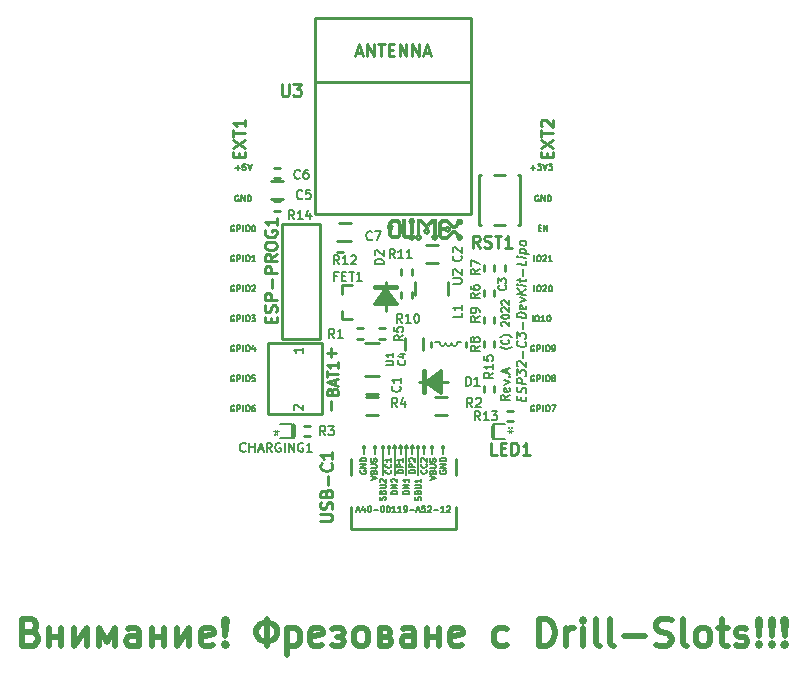
<source format=gbr>
G04 #@! TF.GenerationSoftware,KiCad,Pcbnew,5.1.6-c6e7f7d~87~ubuntu18.04.1*
G04 #@! TF.CreationDate,2022-06-29T16:43:55+03:00*
G04 #@! TF.ProjectId,ESP32-C3-DevKit-Lipo_Rev_A,45535033-322d-4433-932d-4465764b6974,A*
G04 #@! TF.SameCoordinates,Original*
G04 #@! TF.FileFunction,Legend,Top*
G04 #@! TF.FilePolarity,Positive*
%FSLAX46Y46*%
G04 Gerber Fmt 4.6, Leading zero omitted, Abs format (unit mm)*
G04 Created by KiCad (PCBNEW 5.1.6-c6e7f7d~87~ubuntu18.04.1) date 2022-06-29 16:43:55*
%MOMM*%
%LPD*%
G01*
G04 APERTURE LIST*
%ADD10C,0.127000*%
%ADD11C,0.158750*%
%ADD12C,0.254000*%
%ADD13C,0.190500*%
%ADD14C,0.009000*%
%ADD15C,0.100000*%
%ADD16C,0.050000*%
%ADD17C,0.200000*%
%ADD18C,0.222250*%
%ADD19C,0.508000*%
G04 APERTURE END LIST*
D10*
X155460095Y-92939809D02*
X155460095Y-92431809D01*
X155798761Y-92431809D02*
X155895523Y-92431809D01*
X155943904Y-92456000D01*
X155992285Y-92504380D01*
X156016476Y-92601142D01*
X156016476Y-92770476D01*
X155992285Y-92867238D01*
X155943904Y-92915619D01*
X155895523Y-92939809D01*
X155798761Y-92939809D01*
X155750380Y-92915619D01*
X155702000Y-92867238D01*
X155677809Y-92770476D01*
X155677809Y-92601142D01*
X155702000Y-92504380D01*
X155750380Y-92456000D01*
X155798761Y-92431809D01*
X156210000Y-92480190D02*
X156234190Y-92456000D01*
X156282571Y-92431809D01*
X156403523Y-92431809D01*
X156451904Y-92456000D01*
X156476095Y-92480190D01*
X156500285Y-92528571D01*
X156500285Y-92576952D01*
X156476095Y-92649523D01*
X156185809Y-92939809D01*
X156500285Y-92939809D01*
X156984095Y-92939809D02*
X156693809Y-92939809D01*
X156838952Y-92939809D02*
X156838952Y-92431809D01*
X156790571Y-92504380D01*
X156742190Y-92552761D01*
X156693809Y-92576952D01*
X155460095Y-95479809D02*
X155460095Y-94971809D01*
X155798761Y-94971809D02*
X155895523Y-94971809D01*
X155943904Y-94996000D01*
X155992285Y-95044380D01*
X156016476Y-95141142D01*
X156016476Y-95310476D01*
X155992285Y-95407238D01*
X155943904Y-95455619D01*
X155895523Y-95479809D01*
X155798761Y-95479809D01*
X155750380Y-95455619D01*
X155702000Y-95407238D01*
X155677809Y-95310476D01*
X155677809Y-95141142D01*
X155702000Y-95044380D01*
X155750380Y-94996000D01*
X155798761Y-94971809D01*
X156210000Y-95020190D02*
X156234190Y-94996000D01*
X156282571Y-94971809D01*
X156403523Y-94971809D01*
X156451904Y-94996000D01*
X156476095Y-95020190D01*
X156500285Y-95068571D01*
X156500285Y-95116952D01*
X156476095Y-95189523D01*
X156185809Y-95479809D01*
X156500285Y-95479809D01*
X156814761Y-94971809D02*
X156863142Y-94971809D01*
X156911523Y-94996000D01*
X156935714Y-95020190D01*
X156959904Y-95068571D01*
X156984095Y-95165333D01*
X156984095Y-95286285D01*
X156959904Y-95383047D01*
X156935714Y-95431428D01*
X156911523Y-95455619D01*
X156863142Y-95479809D01*
X156814761Y-95479809D01*
X156766380Y-95455619D01*
X156742190Y-95431428D01*
X156718000Y-95383047D01*
X156693809Y-95286285D01*
X156693809Y-95165333D01*
X156718000Y-95068571D01*
X156742190Y-95020190D01*
X156766380Y-94996000D01*
X156814761Y-94971809D01*
X130156857Y-84999285D02*
X130543904Y-84999285D01*
X130350380Y-85192809D02*
X130350380Y-84805761D01*
X131027714Y-84684809D02*
X130785809Y-84684809D01*
X130761619Y-84926714D01*
X130785809Y-84902523D01*
X130834190Y-84878333D01*
X130955142Y-84878333D01*
X131003523Y-84902523D01*
X131027714Y-84926714D01*
X131051904Y-84975095D01*
X131051904Y-85096047D01*
X131027714Y-85144428D01*
X131003523Y-85168619D01*
X130955142Y-85192809D01*
X130834190Y-85192809D01*
X130785809Y-85168619D01*
X130761619Y-85144428D01*
X131197047Y-84684809D02*
X131366380Y-85192809D01*
X131535714Y-84684809D01*
D11*
X153564166Y-100157642D02*
X153533928Y-100187880D01*
X153443214Y-100248357D01*
X153382738Y-100278595D01*
X153292023Y-100308833D01*
X153140833Y-100339071D01*
X153019880Y-100339071D01*
X152868690Y-100308833D01*
X152777976Y-100278595D01*
X152717500Y-100248357D01*
X152626785Y-100187880D01*
X152596547Y-100157642D01*
X153261785Y-99552880D02*
X153292023Y-99583119D01*
X153322261Y-99673833D01*
X153322261Y-99734309D01*
X153292023Y-99825023D01*
X153231547Y-99885500D01*
X153171071Y-99915738D01*
X153050119Y-99945976D01*
X152959404Y-99945976D01*
X152838452Y-99915738D01*
X152777976Y-99885500D01*
X152717500Y-99825023D01*
X152687261Y-99734309D01*
X152687261Y-99673833D01*
X152717500Y-99583119D01*
X152747738Y-99552880D01*
X153564166Y-99341214D02*
X153533928Y-99310976D01*
X153443214Y-99250500D01*
X153382738Y-99220261D01*
X153292023Y-99190023D01*
X153140833Y-99159785D01*
X153019880Y-99159785D01*
X152868690Y-99190023D01*
X152777976Y-99220261D01*
X152717500Y-99250500D01*
X152626785Y-99310976D01*
X152596547Y-99341214D01*
X152747738Y-98403833D02*
X152717500Y-98373595D01*
X152687261Y-98313119D01*
X152687261Y-98161928D01*
X152717500Y-98101452D01*
X152747738Y-98071214D01*
X152808214Y-98040976D01*
X152868690Y-98040976D01*
X152959404Y-98071214D01*
X153322261Y-98434071D01*
X153322261Y-98040976D01*
X152687261Y-97647880D02*
X152687261Y-97587404D01*
X152717500Y-97526928D01*
X152747738Y-97496690D01*
X152808214Y-97466452D01*
X152929166Y-97436214D01*
X153080357Y-97436214D01*
X153201309Y-97466452D01*
X153261785Y-97496690D01*
X153292023Y-97526928D01*
X153322261Y-97587404D01*
X153322261Y-97647880D01*
X153292023Y-97708357D01*
X153261785Y-97738595D01*
X153201309Y-97768833D01*
X153080357Y-97799071D01*
X152929166Y-97799071D01*
X152808214Y-97768833D01*
X152747738Y-97738595D01*
X152717500Y-97708357D01*
X152687261Y-97647880D01*
X152747738Y-97194309D02*
X152717500Y-97164071D01*
X152687261Y-97103595D01*
X152687261Y-96952404D01*
X152717500Y-96891928D01*
X152747738Y-96861690D01*
X152808214Y-96831452D01*
X152868690Y-96831452D01*
X152959404Y-96861690D01*
X153322261Y-97224547D01*
X153322261Y-96831452D01*
X152747738Y-96589547D02*
X152717500Y-96559309D01*
X152687261Y-96498833D01*
X152687261Y-96347642D01*
X152717500Y-96287166D01*
X152747738Y-96256928D01*
X152808214Y-96226690D01*
X152868690Y-96226690D01*
X152959404Y-96256928D01*
X153322261Y-96619785D01*
X153322261Y-96226690D01*
D12*
X137915952Y-100656571D02*
X138690047Y-100656571D01*
X138303000Y-101043619D02*
X138303000Y-100269523D01*
X138248571Y-105543047D02*
X138248571Y-104768952D01*
X156518428Y-84122380D02*
X156518428Y-83783714D01*
X157050619Y-83638571D02*
X157050619Y-84122380D01*
X156034619Y-84122380D01*
X156034619Y-83638571D01*
X156034619Y-83299904D02*
X157050619Y-82622571D01*
X156034619Y-82622571D02*
X157050619Y-83299904D01*
X156034619Y-82380666D02*
X156034619Y-81800095D01*
X157050619Y-82090380D02*
X156034619Y-82090380D01*
X156131380Y-81509809D02*
X156083000Y-81461428D01*
X156034619Y-81364666D01*
X156034619Y-81122761D01*
X156083000Y-81026000D01*
X156131380Y-80977619D01*
X156228142Y-80929238D01*
X156324904Y-80929238D01*
X156470047Y-80977619D01*
X157050619Y-81558190D01*
X157050619Y-80929238D01*
X130483428Y-84122380D02*
X130483428Y-83783714D01*
X131015619Y-83638571D02*
X131015619Y-84122380D01*
X129999619Y-84122380D01*
X129999619Y-83638571D01*
X129999619Y-83299904D02*
X131015619Y-82622571D01*
X129999619Y-82622571D02*
X131015619Y-83299904D01*
X129999619Y-82380666D02*
X129999619Y-81800095D01*
X131015619Y-82090380D02*
X129999619Y-82090380D01*
X131015619Y-80929238D02*
X131015619Y-81509809D01*
X131015619Y-81219523D02*
X129999619Y-81219523D01*
X130144761Y-81316285D01*
X130241523Y-81413047D01*
X130289904Y-81509809D01*
D10*
X130060095Y-105156000D02*
X130011714Y-105131809D01*
X129939142Y-105131809D01*
X129866571Y-105156000D01*
X129818190Y-105204380D01*
X129794000Y-105252761D01*
X129769809Y-105349523D01*
X129769809Y-105422095D01*
X129794000Y-105518857D01*
X129818190Y-105567238D01*
X129866571Y-105615619D01*
X129939142Y-105639809D01*
X129987523Y-105639809D01*
X130060095Y-105615619D01*
X130084285Y-105591428D01*
X130084285Y-105422095D01*
X129987523Y-105422095D01*
X130302000Y-105639809D02*
X130302000Y-105131809D01*
X130495523Y-105131809D01*
X130543904Y-105156000D01*
X130568095Y-105180190D01*
X130592285Y-105228571D01*
X130592285Y-105301142D01*
X130568095Y-105349523D01*
X130543904Y-105373714D01*
X130495523Y-105397904D01*
X130302000Y-105397904D01*
X130810000Y-105639809D02*
X130810000Y-105131809D01*
X131148666Y-105131809D02*
X131245428Y-105131809D01*
X131293809Y-105156000D01*
X131342190Y-105204380D01*
X131366380Y-105301142D01*
X131366380Y-105470476D01*
X131342190Y-105567238D01*
X131293809Y-105615619D01*
X131245428Y-105639809D01*
X131148666Y-105639809D01*
X131100285Y-105615619D01*
X131051904Y-105567238D01*
X131027714Y-105470476D01*
X131027714Y-105301142D01*
X131051904Y-105204380D01*
X131100285Y-105156000D01*
X131148666Y-105131809D01*
X131801809Y-105131809D02*
X131705047Y-105131809D01*
X131656666Y-105156000D01*
X131632476Y-105180190D01*
X131584095Y-105252761D01*
X131559904Y-105349523D01*
X131559904Y-105543047D01*
X131584095Y-105591428D01*
X131608285Y-105615619D01*
X131656666Y-105639809D01*
X131753428Y-105639809D01*
X131801809Y-105615619D01*
X131826000Y-105591428D01*
X131850190Y-105543047D01*
X131850190Y-105422095D01*
X131826000Y-105373714D01*
X131801809Y-105349523D01*
X131753428Y-105325333D01*
X131656666Y-105325333D01*
X131608285Y-105349523D01*
X131584095Y-105373714D01*
X131559904Y-105422095D01*
X155460095Y-105156000D02*
X155411714Y-105131809D01*
X155339142Y-105131809D01*
X155266571Y-105156000D01*
X155218190Y-105204380D01*
X155194000Y-105252761D01*
X155169809Y-105349523D01*
X155169809Y-105422095D01*
X155194000Y-105518857D01*
X155218190Y-105567238D01*
X155266571Y-105615619D01*
X155339142Y-105639809D01*
X155387523Y-105639809D01*
X155460095Y-105615619D01*
X155484285Y-105591428D01*
X155484285Y-105422095D01*
X155387523Y-105422095D01*
X155702000Y-105639809D02*
X155702000Y-105131809D01*
X155895523Y-105131809D01*
X155943904Y-105156000D01*
X155968095Y-105180190D01*
X155992285Y-105228571D01*
X155992285Y-105301142D01*
X155968095Y-105349523D01*
X155943904Y-105373714D01*
X155895523Y-105397904D01*
X155702000Y-105397904D01*
X156210000Y-105639809D02*
X156210000Y-105131809D01*
X156548666Y-105131809D02*
X156645428Y-105131809D01*
X156693809Y-105156000D01*
X156742190Y-105204380D01*
X156766380Y-105301142D01*
X156766380Y-105470476D01*
X156742190Y-105567238D01*
X156693809Y-105615619D01*
X156645428Y-105639809D01*
X156548666Y-105639809D01*
X156500285Y-105615619D01*
X156451904Y-105567238D01*
X156427714Y-105470476D01*
X156427714Y-105301142D01*
X156451904Y-105204380D01*
X156500285Y-105156000D01*
X156548666Y-105131809D01*
X156935714Y-105131809D02*
X157274380Y-105131809D01*
X157056666Y-105639809D01*
X155460095Y-102616000D02*
X155411714Y-102591809D01*
X155339142Y-102591809D01*
X155266571Y-102616000D01*
X155218190Y-102664380D01*
X155194000Y-102712761D01*
X155169809Y-102809523D01*
X155169809Y-102882095D01*
X155194000Y-102978857D01*
X155218190Y-103027238D01*
X155266571Y-103075619D01*
X155339142Y-103099809D01*
X155387523Y-103099809D01*
X155460095Y-103075619D01*
X155484285Y-103051428D01*
X155484285Y-102882095D01*
X155387523Y-102882095D01*
X155702000Y-103099809D02*
X155702000Y-102591809D01*
X155895523Y-102591809D01*
X155943904Y-102616000D01*
X155968095Y-102640190D01*
X155992285Y-102688571D01*
X155992285Y-102761142D01*
X155968095Y-102809523D01*
X155943904Y-102833714D01*
X155895523Y-102857904D01*
X155702000Y-102857904D01*
X156210000Y-103099809D02*
X156210000Y-102591809D01*
X156548666Y-102591809D02*
X156645428Y-102591809D01*
X156693809Y-102616000D01*
X156742190Y-102664380D01*
X156766380Y-102761142D01*
X156766380Y-102930476D01*
X156742190Y-103027238D01*
X156693809Y-103075619D01*
X156645428Y-103099809D01*
X156548666Y-103099809D01*
X156500285Y-103075619D01*
X156451904Y-103027238D01*
X156427714Y-102930476D01*
X156427714Y-102761142D01*
X156451904Y-102664380D01*
X156500285Y-102616000D01*
X156548666Y-102591809D01*
X157056666Y-102809523D02*
X157008285Y-102785333D01*
X156984095Y-102761142D01*
X156959904Y-102712761D01*
X156959904Y-102688571D01*
X156984095Y-102640190D01*
X157008285Y-102616000D01*
X157056666Y-102591809D01*
X157153428Y-102591809D01*
X157201809Y-102616000D01*
X157226000Y-102640190D01*
X157250190Y-102688571D01*
X157250190Y-102712761D01*
X157226000Y-102761142D01*
X157201809Y-102785333D01*
X157153428Y-102809523D01*
X157056666Y-102809523D01*
X157008285Y-102833714D01*
X156984095Y-102857904D01*
X156959904Y-102906285D01*
X156959904Y-103003047D01*
X156984095Y-103051428D01*
X157008285Y-103075619D01*
X157056666Y-103099809D01*
X157153428Y-103099809D01*
X157201809Y-103075619D01*
X157226000Y-103051428D01*
X157250190Y-103003047D01*
X157250190Y-102906285D01*
X157226000Y-102857904D01*
X157201809Y-102833714D01*
X157153428Y-102809523D01*
X130060095Y-94996000D02*
X130011714Y-94971809D01*
X129939142Y-94971809D01*
X129866571Y-94996000D01*
X129818190Y-95044380D01*
X129794000Y-95092761D01*
X129769809Y-95189523D01*
X129769809Y-95262095D01*
X129794000Y-95358857D01*
X129818190Y-95407238D01*
X129866571Y-95455619D01*
X129939142Y-95479809D01*
X129987523Y-95479809D01*
X130060095Y-95455619D01*
X130084285Y-95431428D01*
X130084285Y-95262095D01*
X129987523Y-95262095D01*
X130302000Y-95479809D02*
X130302000Y-94971809D01*
X130495523Y-94971809D01*
X130543904Y-94996000D01*
X130568095Y-95020190D01*
X130592285Y-95068571D01*
X130592285Y-95141142D01*
X130568095Y-95189523D01*
X130543904Y-95213714D01*
X130495523Y-95237904D01*
X130302000Y-95237904D01*
X130810000Y-95479809D02*
X130810000Y-94971809D01*
X131148666Y-94971809D02*
X131245428Y-94971809D01*
X131293809Y-94996000D01*
X131342190Y-95044380D01*
X131366380Y-95141142D01*
X131366380Y-95310476D01*
X131342190Y-95407238D01*
X131293809Y-95455619D01*
X131245428Y-95479809D01*
X131148666Y-95479809D01*
X131100285Y-95455619D01*
X131051904Y-95407238D01*
X131027714Y-95310476D01*
X131027714Y-95141142D01*
X131051904Y-95044380D01*
X131100285Y-94996000D01*
X131148666Y-94971809D01*
X131559904Y-95020190D02*
X131584095Y-94996000D01*
X131632476Y-94971809D01*
X131753428Y-94971809D01*
X131801809Y-94996000D01*
X131826000Y-95020190D01*
X131850190Y-95068571D01*
X131850190Y-95116952D01*
X131826000Y-95189523D01*
X131535714Y-95479809D01*
X131850190Y-95479809D01*
X130060095Y-89916000D02*
X130011714Y-89891809D01*
X129939142Y-89891809D01*
X129866571Y-89916000D01*
X129818190Y-89964380D01*
X129794000Y-90012761D01*
X129769809Y-90109523D01*
X129769809Y-90182095D01*
X129794000Y-90278857D01*
X129818190Y-90327238D01*
X129866571Y-90375619D01*
X129939142Y-90399809D01*
X129987523Y-90399809D01*
X130060095Y-90375619D01*
X130084285Y-90351428D01*
X130084285Y-90182095D01*
X129987523Y-90182095D01*
X130302000Y-90399809D02*
X130302000Y-89891809D01*
X130495523Y-89891809D01*
X130543904Y-89916000D01*
X130568095Y-89940190D01*
X130592285Y-89988571D01*
X130592285Y-90061142D01*
X130568095Y-90109523D01*
X130543904Y-90133714D01*
X130495523Y-90157904D01*
X130302000Y-90157904D01*
X130810000Y-90399809D02*
X130810000Y-89891809D01*
X131148666Y-89891809D02*
X131245428Y-89891809D01*
X131293809Y-89916000D01*
X131342190Y-89964380D01*
X131366380Y-90061142D01*
X131366380Y-90230476D01*
X131342190Y-90327238D01*
X131293809Y-90375619D01*
X131245428Y-90399809D01*
X131148666Y-90399809D01*
X131100285Y-90375619D01*
X131051904Y-90327238D01*
X131027714Y-90230476D01*
X131027714Y-90061142D01*
X131051904Y-89964380D01*
X131100285Y-89916000D01*
X131148666Y-89891809D01*
X131680857Y-89891809D02*
X131729238Y-89891809D01*
X131777619Y-89916000D01*
X131801809Y-89940190D01*
X131826000Y-89988571D01*
X131850190Y-90085333D01*
X131850190Y-90206285D01*
X131826000Y-90303047D01*
X131801809Y-90351428D01*
X131777619Y-90375619D01*
X131729238Y-90399809D01*
X131680857Y-90399809D01*
X131632476Y-90375619D01*
X131608285Y-90351428D01*
X131584095Y-90303047D01*
X131559904Y-90206285D01*
X131559904Y-90085333D01*
X131584095Y-89988571D01*
X131608285Y-89940190D01*
X131632476Y-89916000D01*
X131680857Y-89891809D01*
X130060095Y-100076000D02*
X130011714Y-100051809D01*
X129939142Y-100051809D01*
X129866571Y-100076000D01*
X129818190Y-100124380D01*
X129794000Y-100172761D01*
X129769809Y-100269523D01*
X129769809Y-100342095D01*
X129794000Y-100438857D01*
X129818190Y-100487238D01*
X129866571Y-100535619D01*
X129939142Y-100559809D01*
X129987523Y-100559809D01*
X130060095Y-100535619D01*
X130084285Y-100511428D01*
X130084285Y-100342095D01*
X129987523Y-100342095D01*
X130302000Y-100559809D02*
X130302000Y-100051809D01*
X130495523Y-100051809D01*
X130543904Y-100076000D01*
X130568095Y-100100190D01*
X130592285Y-100148571D01*
X130592285Y-100221142D01*
X130568095Y-100269523D01*
X130543904Y-100293714D01*
X130495523Y-100317904D01*
X130302000Y-100317904D01*
X130810000Y-100559809D02*
X130810000Y-100051809D01*
X131148666Y-100051809D02*
X131245428Y-100051809D01*
X131293809Y-100076000D01*
X131342190Y-100124380D01*
X131366380Y-100221142D01*
X131366380Y-100390476D01*
X131342190Y-100487238D01*
X131293809Y-100535619D01*
X131245428Y-100559809D01*
X131148666Y-100559809D01*
X131100285Y-100535619D01*
X131051904Y-100487238D01*
X131027714Y-100390476D01*
X131027714Y-100221142D01*
X131051904Y-100124380D01*
X131100285Y-100076000D01*
X131148666Y-100051809D01*
X131801809Y-100221142D02*
X131801809Y-100559809D01*
X131680857Y-100027619D02*
X131559904Y-100390476D01*
X131874380Y-100390476D01*
X130060095Y-102616000D02*
X130011714Y-102591809D01*
X129939142Y-102591809D01*
X129866571Y-102616000D01*
X129818190Y-102664380D01*
X129794000Y-102712761D01*
X129769809Y-102809523D01*
X129769809Y-102882095D01*
X129794000Y-102978857D01*
X129818190Y-103027238D01*
X129866571Y-103075619D01*
X129939142Y-103099809D01*
X129987523Y-103099809D01*
X130060095Y-103075619D01*
X130084285Y-103051428D01*
X130084285Y-102882095D01*
X129987523Y-102882095D01*
X130302000Y-103099809D02*
X130302000Y-102591809D01*
X130495523Y-102591809D01*
X130543904Y-102616000D01*
X130568095Y-102640190D01*
X130592285Y-102688571D01*
X130592285Y-102761142D01*
X130568095Y-102809523D01*
X130543904Y-102833714D01*
X130495523Y-102857904D01*
X130302000Y-102857904D01*
X130810000Y-103099809D02*
X130810000Y-102591809D01*
X131148666Y-102591809D02*
X131245428Y-102591809D01*
X131293809Y-102616000D01*
X131342190Y-102664380D01*
X131366380Y-102761142D01*
X131366380Y-102930476D01*
X131342190Y-103027238D01*
X131293809Y-103075619D01*
X131245428Y-103099809D01*
X131148666Y-103099809D01*
X131100285Y-103075619D01*
X131051904Y-103027238D01*
X131027714Y-102930476D01*
X131027714Y-102761142D01*
X131051904Y-102664380D01*
X131100285Y-102616000D01*
X131148666Y-102591809D01*
X131826000Y-102591809D02*
X131584095Y-102591809D01*
X131559904Y-102833714D01*
X131584095Y-102809523D01*
X131632476Y-102785333D01*
X131753428Y-102785333D01*
X131801809Y-102809523D01*
X131826000Y-102833714D01*
X131850190Y-102882095D01*
X131850190Y-103003047D01*
X131826000Y-103051428D01*
X131801809Y-103075619D01*
X131753428Y-103099809D01*
X131632476Y-103099809D01*
X131584095Y-103075619D01*
X131559904Y-103051428D01*
X155822952Y-87376000D02*
X155774571Y-87351809D01*
X155702000Y-87351809D01*
X155629428Y-87376000D01*
X155581047Y-87424380D01*
X155556857Y-87472761D01*
X155532666Y-87569523D01*
X155532666Y-87642095D01*
X155556857Y-87738857D01*
X155581047Y-87787238D01*
X155629428Y-87835619D01*
X155702000Y-87859809D01*
X155750380Y-87859809D01*
X155822952Y-87835619D01*
X155847142Y-87811428D01*
X155847142Y-87642095D01*
X155750380Y-87642095D01*
X156064857Y-87859809D02*
X156064857Y-87351809D01*
X156355142Y-87859809D01*
X156355142Y-87351809D01*
X156597047Y-87859809D02*
X156597047Y-87351809D01*
X156718000Y-87351809D01*
X156790571Y-87376000D01*
X156838952Y-87424380D01*
X156863142Y-87472761D01*
X156887333Y-87569523D01*
X156887333Y-87642095D01*
X156863142Y-87738857D01*
X156838952Y-87787238D01*
X156790571Y-87835619D01*
X156718000Y-87859809D01*
X156597047Y-87859809D01*
X130060095Y-97536000D02*
X130011714Y-97511809D01*
X129939142Y-97511809D01*
X129866571Y-97536000D01*
X129818190Y-97584380D01*
X129794000Y-97632761D01*
X129769809Y-97729523D01*
X129769809Y-97802095D01*
X129794000Y-97898857D01*
X129818190Y-97947238D01*
X129866571Y-97995619D01*
X129939142Y-98019809D01*
X129987523Y-98019809D01*
X130060095Y-97995619D01*
X130084285Y-97971428D01*
X130084285Y-97802095D01*
X129987523Y-97802095D01*
X130302000Y-98019809D02*
X130302000Y-97511809D01*
X130495523Y-97511809D01*
X130543904Y-97536000D01*
X130568095Y-97560190D01*
X130592285Y-97608571D01*
X130592285Y-97681142D01*
X130568095Y-97729523D01*
X130543904Y-97753714D01*
X130495523Y-97777904D01*
X130302000Y-97777904D01*
X130810000Y-98019809D02*
X130810000Y-97511809D01*
X131148666Y-97511809D02*
X131245428Y-97511809D01*
X131293809Y-97536000D01*
X131342190Y-97584380D01*
X131366380Y-97681142D01*
X131366380Y-97850476D01*
X131342190Y-97947238D01*
X131293809Y-97995619D01*
X131245428Y-98019809D01*
X131148666Y-98019809D01*
X131100285Y-97995619D01*
X131051904Y-97947238D01*
X131027714Y-97850476D01*
X131027714Y-97681142D01*
X131051904Y-97584380D01*
X131100285Y-97536000D01*
X131148666Y-97511809D01*
X131535714Y-97511809D02*
X131850190Y-97511809D01*
X131680857Y-97705333D01*
X131753428Y-97705333D01*
X131801809Y-97729523D01*
X131826000Y-97753714D01*
X131850190Y-97802095D01*
X131850190Y-97923047D01*
X131826000Y-97971428D01*
X131801809Y-97995619D01*
X131753428Y-98019809D01*
X131608285Y-98019809D01*
X131559904Y-97995619D01*
X131535714Y-97971428D01*
X130060095Y-92456000D02*
X130011714Y-92431809D01*
X129939142Y-92431809D01*
X129866571Y-92456000D01*
X129818190Y-92504380D01*
X129794000Y-92552761D01*
X129769809Y-92649523D01*
X129769809Y-92722095D01*
X129794000Y-92818857D01*
X129818190Y-92867238D01*
X129866571Y-92915619D01*
X129939142Y-92939809D01*
X129987523Y-92939809D01*
X130060095Y-92915619D01*
X130084285Y-92891428D01*
X130084285Y-92722095D01*
X129987523Y-92722095D01*
X130302000Y-92939809D02*
X130302000Y-92431809D01*
X130495523Y-92431809D01*
X130543904Y-92456000D01*
X130568095Y-92480190D01*
X130592285Y-92528571D01*
X130592285Y-92601142D01*
X130568095Y-92649523D01*
X130543904Y-92673714D01*
X130495523Y-92697904D01*
X130302000Y-92697904D01*
X130810000Y-92939809D02*
X130810000Y-92431809D01*
X131148666Y-92431809D02*
X131245428Y-92431809D01*
X131293809Y-92456000D01*
X131342190Y-92504380D01*
X131366380Y-92601142D01*
X131366380Y-92770476D01*
X131342190Y-92867238D01*
X131293809Y-92915619D01*
X131245428Y-92939809D01*
X131148666Y-92939809D01*
X131100285Y-92915619D01*
X131051904Y-92867238D01*
X131027714Y-92770476D01*
X131027714Y-92601142D01*
X131051904Y-92504380D01*
X131100285Y-92456000D01*
X131148666Y-92431809D01*
X131850190Y-92939809D02*
X131559904Y-92939809D01*
X131705047Y-92939809D02*
X131705047Y-92431809D01*
X131656666Y-92504380D01*
X131608285Y-92552761D01*
X131559904Y-92576952D01*
D13*
X153379714Y-104267000D02*
X153016857Y-104521000D01*
X153379714Y-104702428D02*
X152617714Y-104702428D01*
X152617714Y-104412142D01*
X152654000Y-104339571D01*
X152690285Y-104303285D01*
X152762857Y-104267000D01*
X152871714Y-104267000D01*
X152944285Y-104303285D01*
X152980571Y-104339571D01*
X153016857Y-104412142D01*
X153016857Y-104702428D01*
X153343428Y-103650142D02*
X153379714Y-103722714D01*
X153379714Y-103867857D01*
X153343428Y-103940428D01*
X153270857Y-103976714D01*
X152980571Y-103976714D01*
X152908000Y-103940428D01*
X152871714Y-103867857D01*
X152871714Y-103722714D01*
X152908000Y-103650142D01*
X152980571Y-103613857D01*
X153053142Y-103613857D01*
X153125714Y-103976714D01*
X152871714Y-103359857D02*
X153379714Y-103178428D01*
X152871714Y-102997000D01*
X153307142Y-102706714D02*
X153343428Y-102670428D01*
X153379714Y-102706714D01*
X153343428Y-102743000D01*
X153307142Y-102706714D01*
X153379714Y-102706714D01*
X153162000Y-102380142D02*
X153162000Y-102017285D01*
X153379714Y-102452714D02*
X152617714Y-102198714D01*
X153379714Y-101944714D01*
D10*
X130422952Y-87376000D02*
X130374571Y-87351809D01*
X130302000Y-87351809D01*
X130229428Y-87376000D01*
X130181047Y-87424380D01*
X130156857Y-87472761D01*
X130132666Y-87569523D01*
X130132666Y-87642095D01*
X130156857Y-87738857D01*
X130181047Y-87787238D01*
X130229428Y-87835619D01*
X130302000Y-87859809D01*
X130350380Y-87859809D01*
X130422952Y-87835619D01*
X130447142Y-87811428D01*
X130447142Y-87642095D01*
X130350380Y-87642095D01*
X130664857Y-87859809D02*
X130664857Y-87351809D01*
X130955142Y-87859809D01*
X130955142Y-87351809D01*
X131197047Y-87859809D02*
X131197047Y-87351809D01*
X131318000Y-87351809D01*
X131390571Y-87376000D01*
X131438952Y-87424380D01*
X131463142Y-87472761D01*
X131487333Y-87569523D01*
X131487333Y-87642095D01*
X131463142Y-87738857D01*
X131438952Y-87787238D01*
X131390571Y-87835619D01*
X131318000Y-87859809D01*
X131197047Y-87859809D01*
X155333095Y-98019809D02*
X155333095Y-97511809D01*
X155671761Y-97511809D02*
X155768523Y-97511809D01*
X155816904Y-97536000D01*
X155865285Y-97584380D01*
X155889476Y-97681142D01*
X155889476Y-97850476D01*
X155865285Y-97947238D01*
X155816904Y-97995619D01*
X155768523Y-98019809D01*
X155671761Y-98019809D01*
X155623380Y-97995619D01*
X155575000Y-97947238D01*
X155550809Y-97850476D01*
X155550809Y-97681142D01*
X155575000Y-97584380D01*
X155623380Y-97536000D01*
X155671761Y-97511809D01*
X156373285Y-98019809D02*
X156083000Y-98019809D01*
X156228142Y-98019809D02*
X156228142Y-97511809D01*
X156179761Y-97584380D01*
X156131380Y-97632761D01*
X156083000Y-97656952D01*
X156687761Y-97511809D02*
X156736142Y-97511809D01*
X156784523Y-97536000D01*
X156808714Y-97560190D01*
X156832904Y-97608571D01*
X156857095Y-97705333D01*
X156857095Y-97826285D01*
X156832904Y-97923047D01*
X156808714Y-97971428D01*
X156784523Y-97995619D01*
X156736142Y-98019809D01*
X156687761Y-98019809D01*
X156639380Y-97995619D01*
X156615190Y-97971428D01*
X156591000Y-97923047D01*
X156566809Y-97826285D01*
X156566809Y-97705333D01*
X156591000Y-97608571D01*
X156615190Y-97560190D01*
X156639380Y-97536000D01*
X156687761Y-97511809D01*
X155460095Y-100076000D02*
X155411714Y-100051809D01*
X155339142Y-100051809D01*
X155266571Y-100076000D01*
X155218190Y-100124380D01*
X155194000Y-100172761D01*
X155169809Y-100269523D01*
X155169809Y-100342095D01*
X155194000Y-100438857D01*
X155218190Y-100487238D01*
X155266571Y-100535619D01*
X155339142Y-100559809D01*
X155387523Y-100559809D01*
X155460095Y-100535619D01*
X155484285Y-100511428D01*
X155484285Y-100342095D01*
X155387523Y-100342095D01*
X155702000Y-100559809D02*
X155702000Y-100051809D01*
X155895523Y-100051809D01*
X155943904Y-100076000D01*
X155968095Y-100100190D01*
X155992285Y-100148571D01*
X155992285Y-100221142D01*
X155968095Y-100269523D01*
X155943904Y-100293714D01*
X155895523Y-100317904D01*
X155702000Y-100317904D01*
X156210000Y-100559809D02*
X156210000Y-100051809D01*
X156548666Y-100051809D02*
X156645428Y-100051809D01*
X156693809Y-100076000D01*
X156742190Y-100124380D01*
X156766380Y-100221142D01*
X156766380Y-100390476D01*
X156742190Y-100487238D01*
X156693809Y-100535619D01*
X156645428Y-100559809D01*
X156548666Y-100559809D01*
X156500285Y-100535619D01*
X156451904Y-100487238D01*
X156427714Y-100390476D01*
X156427714Y-100221142D01*
X156451904Y-100124380D01*
X156500285Y-100076000D01*
X156548666Y-100051809D01*
X157008285Y-100559809D02*
X157105047Y-100559809D01*
X157153428Y-100535619D01*
X157177619Y-100511428D01*
X157226000Y-100438857D01*
X157250190Y-100342095D01*
X157250190Y-100148571D01*
X157226000Y-100100190D01*
X157201809Y-100076000D01*
X157153428Y-100051809D01*
X157056666Y-100051809D01*
X157008285Y-100076000D01*
X156984095Y-100100190D01*
X156959904Y-100148571D01*
X156959904Y-100269523D01*
X156984095Y-100317904D01*
X157008285Y-100342095D01*
X157056666Y-100366285D01*
X157153428Y-100366285D01*
X157201809Y-100342095D01*
X157226000Y-100317904D01*
X157250190Y-100269523D01*
X155835047Y-90133714D02*
X156004380Y-90133714D01*
X156076952Y-90399809D02*
X155835047Y-90399809D01*
X155835047Y-89891809D01*
X156076952Y-89891809D01*
X156294666Y-90399809D02*
X156294666Y-89891809D01*
X156584952Y-90399809D01*
X156584952Y-89891809D01*
X155187952Y-84999285D02*
X155575000Y-84999285D01*
X155381476Y-85192809D02*
X155381476Y-84805761D01*
X155768523Y-84684809D02*
X156083000Y-84684809D01*
X155913666Y-84878333D01*
X155986238Y-84878333D01*
X156034619Y-84902523D01*
X156058809Y-84926714D01*
X156083000Y-84975095D01*
X156083000Y-85096047D01*
X156058809Y-85144428D01*
X156034619Y-85168619D01*
X155986238Y-85192809D01*
X155841095Y-85192809D01*
X155792714Y-85168619D01*
X155768523Y-85144428D01*
X156228142Y-84684809D02*
X156397476Y-85192809D01*
X156566809Y-84684809D01*
X156687761Y-84684809D02*
X157002238Y-84684809D01*
X156832904Y-84878333D01*
X156905476Y-84878333D01*
X156953857Y-84902523D01*
X156978047Y-84926714D01*
X157002238Y-84975095D01*
X157002238Y-85096047D01*
X156978047Y-85144428D01*
X156953857Y-85168619D01*
X156905476Y-85192809D01*
X156760333Y-85192809D01*
X156711952Y-85168619D01*
X156687761Y-85144428D01*
D13*
X154377571Y-104698629D02*
X154377571Y-104444629D01*
X154776714Y-104385665D02*
X154776714Y-104748522D01*
X154014714Y-104653272D01*
X154014714Y-104290415D01*
X154740428Y-104090844D02*
X154776714Y-103986522D01*
X154776714Y-103805094D01*
X154740428Y-103727987D01*
X154704142Y-103687165D01*
X154631571Y-103641808D01*
X154559000Y-103632737D01*
X154486428Y-103659951D01*
X154450142Y-103691701D01*
X154413857Y-103759737D01*
X154377571Y-103900344D01*
X154341285Y-103968379D01*
X154305000Y-104000129D01*
X154232428Y-104027344D01*
X154159857Y-104018272D01*
X154087285Y-103972915D01*
X154051000Y-103932094D01*
X154014714Y-103854987D01*
X154014714Y-103673558D01*
X154051000Y-103569237D01*
X154776714Y-103333379D02*
X154014714Y-103238129D01*
X154014714Y-102947844D01*
X154051000Y-102879808D01*
X154087285Y-102848058D01*
X154159857Y-102820844D01*
X154268714Y-102834451D01*
X154341285Y-102879808D01*
X154377571Y-102920629D01*
X154413857Y-102997737D01*
X154413857Y-103288022D01*
X154014714Y-102548701D02*
X154014714Y-102076987D01*
X154305000Y-102367272D01*
X154305000Y-102258415D01*
X154341285Y-102190379D01*
X154377571Y-102158629D01*
X154450142Y-102131415D01*
X154631571Y-102154094D01*
X154704142Y-102199451D01*
X154740428Y-102240272D01*
X154776714Y-102317379D01*
X154776714Y-102535094D01*
X154740428Y-102603129D01*
X154704142Y-102634879D01*
X154087285Y-101795772D02*
X154051000Y-101754951D01*
X154014714Y-101677844D01*
X154014714Y-101496415D01*
X154051000Y-101428379D01*
X154087285Y-101396629D01*
X154159857Y-101369415D01*
X154232428Y-101378487D01*
X154341285Y-101428379D01*
X154776714Y-101918237D01*
X154776714Y-101446522D01*
X154486428Y-101083665D02*
X154486428Y-100503094D01*
X154704142Y-99732022D02*
X154740428Y-99772844D01*
X154776714Y-99886237D01*
X154776714Y-99958808D01*
X154740428Y-100063129D01*
X154667857Y-100126629D01*
X154595285Y-100153844D01*
X154450142Y-100171987D01*
X154341285Y-100158379D01*
X154196142Y-100103951D01*
X154123571Y-100058594D01*
X154051000Y-99976951D01*
X154014714Y-99863558D01*
X154014714Y-99790987D01*
X154051000Y-99686665D01*
X154087285Y-99654915D01*
X154014714Y-99391844D02*
X154014714Y-98920129D01*
X154305000Y-99210415D01*
X154305000Y-99101558D01*
X154341285Y-99033522D01*
X154377571Y-99001772D01*
X154450142Y-98974558D01*
X154631571Y-98997237D01*
X154704142Y-99042594D01*
X154740428Y-99083415D01*
X154776714Y-99160522D01*
X154776714Y-99378237D01*
X154740428Y-99446272D01*
X154704142Y-99478022D01*
X154486428Y-98652522D02*
X154486428Y-98071951D01*
X154776714Y-97745379D02*
X154014714Y-97650129D01*
X154014714Y-97468701D01*
X154051000Y-97364379D01*
X154123571Y-97300879D01*
X154196142Y-97273665D01*
X154341285Y-97255522D01*
X154450142Y-97269129D01*
X154595285Y-97323558D01*
X154667857Y-97368915D01*
X154740428Y-97450558D01*
X154776714Y-97563951D01*
X154776714Y-97745379D01*
X154740428Y-96688558D02*
X154776714Y-96765665D01*
X154776714Y-96910808D01*
X154740428Y-96978844D01*
X154667857Y-97006058D01*
X154377571Y-96969772D01*
X154305000Y-96924415D01*
X154268714Y-96847308D01*
X154268714Y-96702165D01*
X154305000Y-96634129D01*
X154377571Y-96606915D01*
X154450142Y-96615987D01*
X154522714Y-96987915D01*
X154268714Y-96339308D02*
X154776714Y-96221379D01*
X154268714Y-95976451D01*
X154776714Y-95749665D02*
X154014714Y-95654415D01*
X154776714Y-95314237D02*
X154341285Y-95586379D01*
X154014714Y-95218987D02*
X154450142Y-95708844D01*
X154776714Y-94987665D02*
X154268714Y-94924165D01*
X154014714Y-94892415D02*
X154051000Y-94933237D01*
X154087285Y-94901487D01*
X154051000Y-94860665D01*
X154014714Y-94892415D01*
X154087285Y-94901487D01*
X154268714Y-94670165D02*
X154268714Y-94379879D01*
X154014714Y-94529558D02*
X154667857Y-94611201D01*
X154740428Y-94583987D01*
X154776714Y-94515951D01*
X154776714Y-94443379D01*
X154486428Y-94153094D02*
X154486428Y-93572522D01*
X154776714Y-92883094D02*
X154776714Y-93245951D01*
X154014714Y-93150701D01*
X154776714Y-92629094D02*
X154268714Y-92565594D01*
X154014714Y-92533844D02*
X154051000Y-92574665D01*
X154087285Y-92542915D01*
X154051000Y-92502094D01*
X154014714Y-92533844D01*
X154087285Y-92542915D01*
X154268714Y-92202737D02*
X155030714Y-92297987D01*
X154305000Y-92207272D02*
X154268714Y-92130165D01*
X154268714Y-91985022D01*
X154305000Y-91916987D01*
X154341285Y-91885237D01*
X154413857Y-91858022D01*
X154631571Y-91885237D01*
X154704142Y-91930594D01*
X154740428Y-91971415D01*
X154776714Y-92048522D01*
X154776714Y-92193665D01*
X154740428Y-92261701D01*
X154776714Y-91467951D02*
X154740428Y-91535987D01*
X154704142Y-91567737D01*
X154631571Y-91594951D01*
X154413857Y-91567737D01*
X154341285Y-91522379D01*
X154305000Y-91481558D01*
X154268714Y-91404451D01*
X154268714Y-91295594D01*
X154305000Y-91227558D01*
X154341285Y-91195808D01*
X154413857Y-91168594D01*
X154631571Y-91195808D01*
X154704142Y-91241165D01*
X154740428Y-91281987D01*
X154776714Y-91359094D01*
X154776714Y-91467951D01*
D12*
X152082500Y-93472000D02*
X152082500Y-93726000D01*
X152082500Y-93472000D02*
X152082500Y-93218000D01*
X151193500Y-93472000D02*
X151193500Y-93218000D01*
X151193500Y-93472000D02*
X151193500Y-93726000D01*
D14*
G36*
X145297842Y-90842094D02*
G01*
X145295654Y-90890273D01*
X145285694Y-90933558D01*
X145279745Y-90947742D01*
X145256207Y-90984381D01*
X145223461Y-91020932D01*
X145186560Y-91052350D01*
X145156422Y-91070900D01*
X145133060Y-91078740D01*
X145133060Y-90851990D01*
X145129993Y-90817795D01*
X145119425Y-90795738D01*
X145099302Y-90783723D01*
X145067571Y-90779655D01*
X145062126Y-90779600D01*
X145036471Y-90781375D01*
X145015642Y-90785908D01*
X145008368Y-90789329D01*
X144995147Y-90807325D01*
X144988167Y-90833871D01*
X144987437Y-90863647D01*
X144992968Y-90891330D01*
X145004768Y-90911597D01*
X145008138Y-90914483D01*
X145028243Y-90922266D01*
X145055749Y-90924816D01*
X145084520Y-90922429D01*
X145108420Y-90915406D01*
X145117820Y-90909140D01*
X145127675Y-90894456D01*
X145132275Y-90872999D01*
X145133060Y-90851990D01*
X145133060Y-91078740D01*
X145120446Y-91082973D01*
X145077351Y-91089359D01*
X145033433Y-91089700D01*
X144994990Y-91083637D01*
X144985730Y-91080617D01*
X144954232Y-91065013D01*
X144921103Y-91042825D01*
X144891560Y-91017987D01*
X144870817Y-90994432D01*
X144870170Y-90993459D01*
X144854930Y-90970144D01*
X144692760Y-90970122D01*
X144633492Y-90969844D01*
X144587586Y-90968956D01*
X144553176Y-90967349D01*
X144528391Y-90964914D01*
X144511363Y-90961544D01*
X144504445Y-90959176D01*
X144489116Y-90949540D01*
X144465862Y-90930971D01*
X144436949Y-90905670D01*
X144404643Y-90875840D01*
X144371208Y-90843686D01*
X144338910Y-90811409D01*
X144310015Y-90781213D01*
X144286788Y-90755300D01*
X144271495Y-90735874D01*
X144267136Y-90728410D01*
X144265273Y-90721664D01*
X144263637Y-90710195D01*
X144262213Y-90693117D01*
X144260988Y-90669543D01*
X144259951Y-90638586D01*
X144259086Y-90599358D01*
X144258381Y-90550974D01*
X144257822Y-90492546D01*
X144257397Y-90423186D01*
X144257091Y-90342009D01*
X144256892Y-90248128D01*
X144256787Y-90140654D01*
X144256760Y-90036895D01*
X144256760Y-89369900D01*
X144374870Y-89369900D01*
X144492980Y-89369900D01*
X144492980Y-90000659D01*
X144492980Y-90631419D01*
X144544606Y-90682649D01*
X144596232Y-90733880D01*
X144725581Y-90733858D01*
X144854930Y-90733836D01*
X144870170Y-90710521D01*
X144889566Y-90688018D01*
X144917957Y-90663525D01*
X144950281Y-90640942D01*
X144981477Y-90624166D01*
X144983403Y-90623345D01*
X145022253Y-90613490D01*
X145067671Y-90611731D01*
X145113507Y-90617766D01*
X145153611Y-90631292D01*
X145154583Y-90631771D01*
X145199011Y-90660317D01*
X145239501Y-90698143D01*
X145271246Y-90740504D01*
X145278992Y-90754683D01*
X145292280Y-90794928D01*
X145297842Y-90842094D01*
G37*
X145297842Y-90842094D02*
X145295654Y-90890273D01*
X145285694Y-90933558D01*
X145279745Y-90947742D01*
X145256207Y-90984381D01*
X145223461Y-91020932D01*
X145186560Y-91052350D01*
X145156422Y-91070900D01*
X145133060Y-91078740D01*
X145133060Y-90851990D01*
X145129993Y-90817795D01*
X145119425Y-90795738D01*
X145099302Y-90783723D01*
X145067571Y-90779655D01*
X145062126Y-90779600D01*
X145036471Y-90781375D01*
X145015642Y-90785908D01*
X145008368Y-90789329D01*
X144995147Y-90807325D01*
X144988167Y-90833871D01*
X144987437Y-90863647D01*
X144992968Y-90891330D01*
X145004768Y-90911597D01*
X145008138Y-90914483D01*
X145028243Y-90922266D01*
X145055749Y-90924816D01*
X145084520Y-90922429D01*
X145108420Y-90915406D01*
X145117820Y-90909140D01*
X145127675Y-90894456D01*
X145132275Y-90872999D01*
X145133060Y-90851990D01*
X145133060Y-91078740D01*
X145120446Y-91082973D01*
X145077351Y-91089359D01*
X145033433Y-91089700D01*
X144994990Y-91083637D01*
X144985730Y-91080617D01*
X144954232Y-91065013D01*
X144921103Y-91042825D01*
X144891560Y-91017987D01*
X144870817Y-90994432D01*
X144870170Y-90993459D01*
X144854930Y-90970144D01*
X144692760Y-90970122D01*
X144633492Y-90969844D01*
X144587586Y-90968956D01*
X144553176Y-90967349D01*
X144528391Y-90964914D01*
X144511363Y-90961544D01*
X144504445Y-90959176D01*
X144489116Y-90949540D01*
X144465862Y-90930971D01*
X144436949Y-90905670D01*
X144404643Y-90875840D01*
X144371208Y-90843686D01*
X144338910Y-90811409D01*
X144310015Y-90781213D01*
X144286788Y-90755300D01*
X144271495Y-90735874D01*
X144267136Y-90728410D01*
X144265273Y-90721664D01*
X144263637Y-90710195D01*
X144262213Y-90693117D01*
X144260988Y-90669543D01*
X144259951Y-90638586D01*
X144259086Y-90599358D01*
X144258381Y-90550974D01*
X144257822Y-90492546D01*
X144257397Y-90423186D01*
X144257091Y-90342009D01*
X144256892Y-90248128D01*
X144256787Y-90140654D01*
X144256760Y-90036895D01*
X144256760Y-89369900D01*
X144374870Y-89369900D01*
X144492980Y-89369900D01*
X144492980Y-90000659D01*
X144492980Y-90631419D01*
X144544606Y-90682649D01*
X144596232Y-90733880D01*
X144725581Y-90733858D01*
X144854930Y-90733836D01*
X144870170Y-90710521D01*
X144889566Y-90688018D01*
X144917957Y-90663525D01*
X144950281Y-90640942D01*
X144981477Y-90624166D01*
X144983403Y-90623345D01*
X145022253Y-90613490D01*
X145067671Y-90611731D01*
X145113507Y-90617766D01*
X145153611Y-90631292D01*
X145154583Y-90631771D01*
X145199011Y-90660317D01*
X145239501Y-90698143D01*
X145271246Y-90740504D01*
X145278992Y-90754683D01*
X145292280Y-90794928D01*
X145297842Y-90842094D01*
G36*
X147242057Y-90827021D02*
G01*
X147241454Y-90875796D01*
X147232170Y-90922946D01*
X147222576Y-90947742D01*
X147199415Y-90984127D01*
X147166912Y-91020594D01*
X147130084Y-91052112D01*
X147099522Y-91071065D01*
X147076160Y-91078681D01*
X147076160Y-90851990D01*
X147073093Y-90817795D01*
X147062525Y-90795738D01*
X147042402Y-90783723D01*
X147010671Y-90779655D01*
X147005226Y-90779600D01*
X146979571Y-90781375D01*
X146958742Y-90785908D01*
X146951468Y-90789329D01*
X146938247Y-90807325D01*
X146931267Y-90833871D01*
X146930537Y-90863647D01*
X146936068Y-90891330D01*
X146947868Y-90911597D01*
X146951238Y-90914483D01*
X146971343Y-90922266D01*
X146998849Y-90924816D01*
X147027620Y-90922429D01*
X147051520Y-90915406D01*
X147060920Y-90909140D01*
X147070775Y-90894456D01*
X147075375Y-90872999D01*
X147076160Y-90851990D01*
X147076160Y-91078681D01*
X147059719Y-91084041D01*
X147012735Y-91089235D01*
X146964475Y-91086672D01*
X146920850Y-91076373D01*
X146906463Y-91070312D01*
X146863301Y-91042247D01*
X146823304Y-91003753D01*
X146791119Y-90959570D01*
X146782835Y-90944204D01*
X146768288Y-90901365D01*
X146762474Y-90853759D01*
X146765683Y-90807372D01*
X146774649Y-90775862D01*
X146791220Y-90744163D01*
X146813769Y-90711285D01*
X146838444Y-90682253D01*
X146861396Y-90662092D01*
X146862301Y-90661490D01*
X146885616Y-90646250D01*
X146885638Y-90126185D01*
X146885660Y-89606120D01*
X146853219Y-89606120D01*
X146844486Y-89606327D01*
X146836286Y-89607644D01*
X146827402Y-89611112D01*
X146816618Y-89617775D01*
X146802714Y-89628673D01*
X146784476Y-89644850D01*
X146760683Y-89667347D01*
X146730121Y-89697208D01*
X146691571Y-89735473D01*
X146643816Y-89783186D01*
X146628429Y-89798580D01*
X146436080Y-89991040D01*
X146436102Y-90063375D01*
X146436267Y-90096999D01*
X146437354Y-90118842D01*
X146440283Y-90132361D01*
X146445977Y-90141015D01*
X146455356Y-90148263D01*
X146459439Y-90150950D01*
X146484862Y-90173062D01*
X146510698Y-90204597D01*
X146533162Y-90240331D01*
X146547732Y-90272820D01*
X146556257Y-90316481D01*
X146555654Y-90365256D01*
X146546370Y-90412406D01*
X146536776Y-90437202D01*
X146513615Y-90473587D01*
X146481112Y-90510053D01*
X146444284Y-90541572D01*
X146413722Y-90560524D01*
X146390360Y-90568141D01*
X146390360Y-90341450D01*
X146387293Y-90307255D01*
X146376725Y-90285198D01*
X146356602Y-90273183D01*
X146324871Y-90269115D01*
X146319426Y-90269060D01*
X146293771Y-90270835D01*
X146272942Y-90275368D01*
X146265668Y-90278789D01*
X146252447Y-90296785D01*
X146245467Y-90323331D01*
X146244737Y-90353107D01*
X146250268Y-90380790D01*
X146262068Y-90401057D01*
X146265438Y-90403943D01*
X146285543Y-90411726D01*
X146313049Y-90414276D01*
X146341820Y-90411889D01*
X146365720Y-90404866D01*
X146375120Y-90398600D01*
X146384975Y-90383916D01*
X146389575Y-90362459D01*
X146390360Y-90341450D01*
X146390360Y-90568141D01*
X146373919Y-90573501D01*
X146326935Y-90578695D01*
X146278675Y-90576132D01*
X146235050Y-90565833D01*
X146220664Y-90559772D01*
X146177501Y-90531707D01*
X146137504Y-90493213D01*
X146105319Y-90449030D01*
X146097035Y-90433664D01*
X146082488Y-90390825D01*
X146076674Y-90343219D01*
X146079883Y-90296832D01*
X146088849Y-90265322D01*
X146105420Y-90233623D01*
X146127969Y-90200745D01*
X146152644Y-90171713D01*
X146175596Y-90151552D01*
X146176501Y-90150950D01*
X146187306Y-90143405D01*
X146194120Y-90135600D01*
X146197864Y-90124078D01*
X146199460Y-90105379D01*
X146199828Y-90076046D01*
X146199838Y-90063375D01*
X146199860Y-89991040D01*
X146007511Y-89798580D01*
X145956924Y-89747999D01*
X145915887Y-89707160D01*
X145883183Y-89675022D01*
X145857594Y-89650543D01*
X145837904Y-89632679D01*
X145822895Y-89620390D01*
X145811350Y-89612632D01*
X145802051Y-89608364D01*
X145793781Y-89606543D01*
X145785323Y-89606127D01*
X145782721Y-89606120D01*
X145750280Y-89606120D01*
X145750302Y-90126185D01*
X145750324Y-90646250D01*
X145773639Y-90661490D01*
X145799062Y-90683602D01*
X145824898Y-90715137D01*
X145847362Y-90750871D01*
X145861932Y-90783360D01*
X145870457Y-90827021D01*
X145869854Y-90875796D01*
X145860570Y-90922946D01*
X145850976Y-90947742D01*
X145827756Y-90984213D01*
X145795205Y-91020694D01*
X145758367Y-91052136D01*
X145727922Y-91070900D01*
X145704560Y-91078751D01*
X145704560Y-90851990D01*
X145701493Y-90817795D01*
X145690925Y-90795738D01*
X145670802Y-90783723D01*
X145639071Y-90779655D01*
X145633626Y-90779600D01*
X145607971Y-90781375D01*
X145587142Y-90785908D01*
X145579868Y-90789329D01*
X145566647Y-90807325D01*
X145559667Y-90833871D01*
X145558937Y-90863647D01*
X145564468Y-90891330D01*
X145576268Y-90911597D01*
X145579638Y-90914483D01*
X145599743Y-90922266D01*
X145627249Y-90924816D01*
X145656020Y-90922429D01*
X145679920Y-90915406D01*
X145689320Y-90909140D01*
X145699175Y-90894456D01*
X145703775Y-90872999D01*
X145704560Y-90851990D01*
X145704560Y-91078751D01*
X145692292Y-91082874D01*
X145649536Y-91089290D01*
X145605917Y-91089784D01*
X145567697Y-91083993D01*
X145557674Y-91080770D01*
X145507807Y-91054326D01*
X145462449Y-91016044D01*
X145425000Y-90969288D01*
X145402823Y-90927577D01*
X145394731Y-90896138D01*
X145391648Y-90857049D01*
X145393564Y-90817051D01*
X145400468Y-90782885D01*
X145403049Y-90775862D01*
X145419620Y-90744163D01*
X145442169Y-90711285D01*
X145466844Y-90682253D01*
X145489796Y-90662092D01*
X145490701Y-90661490D01*
X145514016Y-90646250D01*
X145514038Y-90008075D01*
X145514060Y-89369900D01*
X145696444Y-89369900D01*
X145755251Y-89370240D01*
X145806650Y-89371214D01*
X145848798Y-89372748D01*
X145879855Y-89374771D01*
X145897979Y-89377211D01*
X145900279Y-89377880D01*
X145910473Y-89384977D01*
X145930018Y-89401654D01*
X145957561Y-89426643D01*
X145991748Y-89458674D01*
X146031224Y-89496481D01*
X146074637Y-89538795D01*
X146119904Y-89583621D01*
X146318079Y-89781383D01*
X146512335Y-89586304D01*
X146557938Y-89540887D01*
X146601097Y-89498625D01*
X146640422Y-89460823D01*
X146674523Y-89428791D01*
X146702009Y-89403835D01*
X146721491Y-89387264D01*
X146731110Y-89380563D01*
X146743272Y-89376940D01*
X146762130Y-89374172D01*
X146789393Y-89372172D01*
X146826768Y-89370852D01*
X146875961Y-89370123D01*
X146938679Y-89369900D01*
X146938755Y-89369900D01*
X147121880Y-89369900D01*
X147121902Y-90008075D01*
X147121924Y-90646250D01*
X147145239Y-90661490D01*
X147170662Y-90683602D01*
X147196498Y-90715137D01*
X147218962Y-90750871D01*
X147233532Y-90783360D01*
X147242057Y-90827021D01*
G37*
X147242057Y-90827021D02*
X147241454Y-90875796D01*
X147232170Y-90922946D01*
X147222576Y-90947742D01*
X147199415Y-90984127D01*
X147166912Y-91020594D01*
X147130084Y-91052112D01*
X147099522Y-91071065D01*
X147076160Y-91078681D01*
X147076160Y-90851990D01*
X147073093Y-90817795D01*
X147062525Y-90795738D01*
X147042402Y-90783723D01*
X147010671Y-90779655D01*
X147005226Y-90779600D01*
X146979571Y-90781375D01*
X146958742Y-90785908D01*
X146951468Y-90789329D01*
X146938247Y-90807325D01*
X146931267Y-90833871D01*
X146930537Y-90863647D01*
X146936068Y-90891330D01*
X146947868Y-90911597D01*
X146951238Y-90914483D01*
X146971343Y-90922266D01*
X146998849Y-90924816D01*
X147027620Y-90922429D01*
X147051520Y-90915406D01*
X147060920Y-90909140D01*
X147070775Y-90894456D01*
X147075375Y-90872999D01*
X147076160Y-90851990D01*
X147076160Y-91078681D01*
X147059719Y-91084041D01*
X147012735Y-91089235D01*
X146964475Y-91086672D01*
X146920850Y-91076373D01*
X146906463Y-91070312D01*
X146863301Y-91042247D01*
X146823304Y-91003753D01*
X146791119Y-90959570D01*
X146782835Y-90944204D01*
X146768288Y-90901365D01*
X146762474Y-90853759D01*
X146765683Y-90807372D01*
X146774649Y-90775862D01*
X146791220Y-90744163D01*
X146813769Y-90711285D01*
X146838444Y-90682253D01*
X146861396Y-90662092D01*
X146862301Y-90661490D01*
X146885616Y-90646250D01*
X146885638Y-90126185D01*
X146885660Y-89606120D01*
X146853219Y-89606120D01*
X146844486Y-89606327D01*
X146836286Y-89607644D01*
X146827402Y-89611112D01*
X146816618Y-89617775D01*
X146802714Y-89628673D01*
X146784476Y-89644850D01*
X146760683Y-89667347D01*
X146730121Y-89697208D01*
X146691571Y-89735473D01*
X146643816Y-89783186D01*
X146628429Y-89798580D01*
X146436080Y-89991040D01*
X146436102Y-90063375D01*
X146436267Y-90096999D01*
X146437354Y-90118842D01*
X146440283Y-90132361D01*
X146445977Y-90141015D01*
X146455356Y-90148263D01*
X146459439Y-90150950D01*
X146484862Y-90173062D01*
X146510698Y-90204597D01*
X146533162Y-90240331D01*
X146547732Y-90272820D01*
X146556257Y-90316481D01*
X146555654Y-90365256D01*
X146546370Y-90412406D01*
X146536776Y-90437202D01*
X146513615Y-90473587D01*
X146481112Y-90510053D01*
X146444284Y-90541572D01*
X146413722Y-90560524D01*
X146390360Y-90568141D01*
X146390360Y-90341450D01*
X146387293Y-90307255D01*
X146376725Y-90285198D01*
X146356602Y-90273183D01*
X146324871Y-90269115D01*
X146319426Y-90269060D01*
X146293771Y-90270835D01*
X146272942Y-90275368D01*
X146265668Y-90278789D01*
X146252447Y-90296785D01*
X146245467Y-90323331D01*
X146244737Y-90353107D01*
X146250268Y-90380790D01*
X146262068Y-90401057D01*
X146265438Y-90403943D01*
X146285543Y-90411726D01*
X146313049Y-90414276D01*
X146341820Y-90411889D01*
X146365720Y-90404866D01*
X146375120Y-90398600D01*
X146384975Y-90383916D01*
X146389575Y-90362459D01*
X146390360Y-90341450D01*
X146390360Y-90568141D01*
X146373919Y-90573501D01*
X146326935Y-90578695D01*
X146278675Y-90576132D01*
X146235050Y-90565833D01*
X146220664Y-90559772D01*
X146177501Y-90531707D01*
X146137504Y-90493213D01*
X146105319Y-90449030D01*
X146097035Y-90433664D01*
X146082488Y-90390825D01*
X146076674Y-90343219D01*
X146079883Y-90296832D01*
X146088849Y-90265322D01*
X146105420Y-90233623D01*
X146127969Y-90200745D01*
X146152644Y-90171713D01*
X146175596Y-90151552D01*
X146176501Y-90150950D01*
X146187306Y-90143405D01*
X146194120Y-90135600D01*
X146197864Y-90124078D01*
X146199460Y-90105379D01*
X146199828Y-90076046D01*
X146199838Y-90063375D01*
X146199860Y-89991040D01*
X146007511Y-89798580D01*
X145956924Y-89747999D01*
X145915887Y-89707160D01*
X145883183Y-89675022D01*
X145857594Y-89650543D01*
X145837904Y-89632679D01*
X145822895Y-89620390D01*
X145811350Y-89612632D01*
X145802051Y-89608364D01*
X145793781Y-89606543D01*
X145785323Y-89606127D01*
X145782721Y-89606120D01*
X145750280Y-89606120D01*
X145750302Y-90126185D01*
X145750324Y-90646250D01*
X145773639Y-90661490D01*
X145799062Y-90683602D01*
X145824898Y-90715137D01*
X145847362Y-90750871D01*
X145861932Y-90783360D01*
X145870457Y-90827021D01*
X145869854Y-90875796D01*
X145860570Y-90922946D01*
X145850976Y-90947742D01*
X145827756Y-90984213D01*
X145795205Y-91020694D01*
X145758367Y-91052136D01*
X145727922Y-91070900D01*
X145704560Y-91078751D01*
X145704560Y-90851990D01*
X145701493Y-90817795D01*
X145690925Y-90795738D01*
X145670802Y-90783723D01*
X145639071Y-90779655D01*
X145633626Y-90779600D01*
X145607971Y-90781375D01*
X145587142Y-90785908D01*
X145579868Y-90789329D01*
X145566647Y-90807325D01*
X145559667Y-90833871D01*
X145558937Y-90863647D01*
X145564468Y-90891330D01*
X145576268Y-90911597D01*
X145579638Y-90914483D01*
X145599743Y-90922266D01*
X145627249Y-90924816D01*
X145656020Y-90922429D01*
X145679920Y-90915406D01*
X145689320Y-90909140D01*
X145699175Y-90894456D01*
X145703775Y-90872999D01*
X145704560Y-90851990D01*
X145704560Y-91078751D01*
X145692292Y-91082874D01*
X145649536Y-91089290D01*
X145605917Y-91089784D01*
X145567697Y-91083993D01*
X145557674Y-91080770D01*
X145507807Y-91054326D01*
X145462449Y-91016044D01*
X145425000Y-90969288D01*
X145402823Y-90927577D01*
X145394731Y-90896138D01*
X145391648Y-90857049D01*
X145393564Y-90817051D01*
X145400468Y-90782885D01*
X145403049Y-90775862D01*
X145419620Y-90744163D01*
X145442169Y-90711285D01*
X145466844Y-90682253D01*
X145489796Y-90662092D01*
X145490701Y-90661490D01*
X145514016Y-90646250D01*
X145514038Y-90008075D01*
X145514060Y-89369900D01*
X145696444Y-89369900D01*
X145755251Y-89370240D01*
X145806650Y-89371214D01*
X145848798Y-89372748D01*
X145879855Y-89374771D01*
X145897979Y-89377211D01*
X145900279Y-89377880D01*
X145910473Y-89384977D01*
X145930018Y-89401654D01*
X145957561Y-89426643D01*
X145991748Y-89458674D01*
X146031224Y-89496481D01*
X146074637Y-89538795D01*
X146119904Y-89583621D01*
X146318079Y-89781383D01*
X146512335Y-89586304D01*
X146557938Y-89540887D01*
X146601097Y-89498625D01*
X146640422Y-89460823D01*
X146674523Y-89428791D01*
X146702009Y-89403835D01*
X146721491Y-89387264D01*
X146731110Y-89380563D01*
X146743272Y-89376940D01*
X146762130Y-89374172D01*
X146789393Y-89372172D01*
X146826768Y-89370852D01*
X146875961Y-89370123D01*
X146938679Y-89369900D01*
X146938755Y-89369900D01*
X147121880Y-89369900D01*
X147121902Y-90008075D01*
X147121924Y-90646250D01*
X147145239Y-90661490D01*
X147170662Y-90683602D01*
X147196498Y-90715137D01*
X147218962Y-90750871D01*
X147233532Y-90783360D01*
X147242057Y-90827021D01*
G36*
X149359302Y-90842094D02*
G01*
X149357114Y-90890273D01*
X149347154Y-90933558D01*
X149341205Y-90947742D01*
X149317667Y-90984381D01*
X149284921Y-91020932D01*
X149248020Y-91052350D01*
X149217882Y-91070900D01*
X149194520Y-91078751D01*
X149194520Y-90851990D01*
X149191454Y-90817795D01*
X149180885Y-90795738D01*
X149160762Y-90783723D01*
X149129031Y-90779655D01*
X149123586Y-90779600D01*
X149097931Y-90781375D01*
X149077102Y-90785908D01*
X149069828Y-90789329D01*
X149056607Y-90807325D01*
X149049627Y-90833871D01*
X149048897Y-90863647D01*
X149054428Y-90891330D01*
X149066228Y-90911597D01*
X149069597Y-90914483D01*
X149089703Y-90922266D01*
X149117209Y-90924816D01*
X149145980Y-90922429D01*
X149169880Y-90915406D01*
X149179280Y-90909140D01*
X149189135Y-90894456D01*
X149193735Y-90872999D01*
X149194520Y-90851990D01*
X149194520Y-91078751D01*
X149182252Y-91082874D01*
X149139496Y-91089290D01*
X149095877Y-91089784D01*
X149057657Y-91083993D01*
X149047634Y-91080770D01*
X148997767Y-91054326D01*
X148952409Y-91016044D01*
X148914960Y-90969288D01*
X148892783Y-90927577D01*
X148884614Y-90895803D01*
X148881589Y-90856414D01*
X148883685Y-90816131D01*
X148890879Y-90781675D01*
X148893314Y-90775133D01*
X148905480Y-90746015D01*
X148792920Y-90633267D01*
X148680361Y-90520520D01*
X148638311Y-90520520D01*
X148596261Y-90520520D01*
X148352465Y-90765123D01*
X148301437Y-90816019D01*
X148252963Y-90863788D01*
X148208248Y-90907287D01*
X148168496Y-90945369D01*
X148134911Y-90976888D01*
X148108696Y-91000701D01*
X148091057Y-91015660D01*
X148084150Y-91020393D01*
X148068417Y-91023808D01*
X148039922Y-91026628D01*
X148001134Y-91028854D01*
X147954518Y-91030484D01*
X147902543Y-91031516D01*
X147847675Y-91031948D01*
X147792381Y-91031780D01*
X147739129Y-91031009D01*
X147690386Y-91029635D01*
X147648618Y-91027655D01*
X147616294Y-91025069D01*
X147595880Y-91021874D01*
X147592170Y-91020684D01*
X147577549Y-91011068D01*
X147555155Y-90992197D01*
X147527192Y-90966336D01*
X147495862Y-90935749D01*
X147463368Y-90902703D01*
X147431914Y-90869462D01*
X147403702Y-90838293D01*
X147380935Y-90811461D01*
X147365817Y-90791231D01*
X147361404Y-90783375D01*
X147359119Y-90770253D01*
X147357070Y-90743392D01*
X147355257Y-90704292D01*
X147353681Y-90654453D01*
X147352342Y-90595374D01*
X147351239Y-90528556D01*
X147350373Y-90455497D01*
X147349744Y-90377698D01*
X147349351Y-90296658D01*
X147349194Y-90213877D01*
X147349275Y-90130854D01*
X147349591Y-90049089D01*
X147350145Y-89970082D01*
X147350935Y-89895333D01*
X147351961Y-89826340D01*
X147353224Y-89764604D01*
X147354724Y-89711625D01*
X147356460Y-89668901D01*
X147358433Y-89637933D01*
X147360642Y-89620221D01*
X147361404Y-89617585D01*
X147371040Y-89602256D01*
X147389609Y-89579002D01*
X147414910Y-89550089D01*
X147444739Y-89517783D01*
X147476894Y-89484348D01*
X147509171Y-89452050D01*
X147539367Y-89423155D01*
X147565280Y-89399928D01*
X147584706Y-89384635D01*
X147592170Y-89380276D01*
X147608101Y-89376881D01*
X147636757Y-89374093D01*
X147675674Y-89371913D01*
X147722382Y-89370339D01*
X147774415Y-89369369D01*
X147829307Y-89369001D01*
X147884589Y-89369235D01*
X147937794Y-89370068D01*
X147986456Y-89371500D01*
X148028107Y-89373529D01*
X148060281Y-89376153D01*
X148080509Y-89379372D01*
X148084150Y-89380567D01*
X148094514Y-89388079D01*
X148114362Y-89405309D01*
X148142490Y-89431112D01*
X148177695Y-89464343D01*
X148218772Y-89503855D01*
X148264517Y-89548504D01*
X148313727Y-89597144D01*
X148352465Y-89635837D01*
X148596261Y-89880440D01*
X148638311Y-89880440D01*
X148680361Y-89880440D01*
X148792920Y-89767692D01*
X148905480Y-89654945D01*
X148893314Y-89625827D01*
X148882577Y-89583661D01*
X148881378Y-89535810D01*
X148889440Y-89488244D01*
X148901195Y-89456756D01*
X148932079Y-89408620D01*
X148973527Y-89365667D01*
X149020901Y-89332569D01*
X149028217Y-89328751D01*
X149077737Y-89312102D01*
X149131213Y-89307956D01*
X149183887Y-89316315D01*
X149216043Y-89328751D01*
X149260471Y-89357297D01*
X149300961Y-89395123D01*
X149332706Y-89437484D01*
X149340452Y-89451663D01*
X149350498Y-89475926D01*
X149356052Y-89501259D01*
X149358201Y-89533559D01*
X149358350Y-89548970D01*
X149354866Y-89598951D01*
X149343083Y-89640444D01*
X149321006Y-89678189D01*
X149288366Y-89715206D01*
X149241104Y-89753813D01*
X149194520Y-89776034D01*
X149194520Y-89548970D01*
X149191454Y-89514775D01*
X149180885Y-89492718D01*
X149160762Y-89480703D01*
X149129031Y-89476635D01*
X149123586Y-89476580D01*
X149097931Y-89478355D01*
X149077102Y-89482888D01*
X149069828Y-89486309D01*
X149056607Y-89504305D01*
X149049627Y-89530851D01*
X149048897Y-89560627D01*
X149054428Y-89588310D01*
X149066228Y-89608577D01*
X149069597Y-89611463D01*
X149089703Y-89619246D01*
X149117209Y-89621796D01*
X149145980Y-89619409D01*
X149169880Y-89612386D01*
X149179280Y-89606120D01*
X149189135Y-89591436D01*
X149193735Y-89569979D01*
X149194520Y-89548970D01*
X149194520Y-89776034D01*
X149190808Y-89777805D01*
X149141594Y-89787346D01*
X149099270Y-89790509D01*
X148943060Y-89945600D01*
X148902079Y-89985836D01*
X148863617Y-90022749D01*
X148829256Y-90054885D01*
X148800578Y-90080793D01*
X148779163Y-90099023D01*
X148766594Y-90108121D01*
X148765399Y-90108675D01*
X148746362Y-90112570D01*
X148716132Y-90115197D01*
X148678425Y-90116594D01*
X148636957Y-90116801D01*
X148595445Y-90115855D01*
X148557604Y-90113795D01*
X148527150Y-90110659D01*
X148507800Y-90106487D01*
X148506570Y-90105993D01*
X148496206Y-90098481D01*
X148476358Y-90081251D01*
X148448230Y-90055448D01*
X148413025Y-90022217D01*
X148371948Y-89982705D01*
X148326203Y-89938056D01*
X148276993Y-89889416D01*
X148238255Y-89850723D01*
X147994459Y-89606120D01*
X147841810Y-89606120D01*
X147689161Y-89606120D01*
X147637931Y-89657746D01*
X147586700Y-89709372D01*
X147586700Y-89882536D01*
X147586700Y-90055700D01*
X147737195Y-90055678D01*
X147887690Y-90055656D01*
X147902930Y-90032341D01*
X147922326Y-90009837D01*
X147950717Y-89985345D01*
X147983041Y-89962762D01*
X148014237Y-89945986D01*
X148016163Y-89945165D01*
X148055013Y-89935310D01*
X148100431Y-89933551D01*
X148146267Y-89939586D01*
X148186371Y-89953112D01*
X148187343Y-89953591D01*
X148231771Y-89982137D01*
X148272261Y-90019963D01*
X148304006Y-90062324D01*
X148311752Y-90076503D01*
X148325040Y-90116748D01*
X148330602Y-90163914D01*
X148328414Y-90212093D01*
X148318454Y-90255378D01*
X148312505Y-90269562D01*
X148289011Y-90306149D01*
X148256355Y-90342619D01*
X148219561Y-90373954D01*
X148189182Y-90392616D01*
X148165820Y-90400398D01*
X148165820Y-90173810D01*
X148162754Y-90139615D01*
X148152185Y-90117558D01*
X148132062Y-90105543D01*
X148100331Y-90101475D01*
X148094886Y-90101420D01*
X148069231Y-90103195D01*
X148048402Y-90107728D01*
X148041128Y-90111149D01*
X148027907Y-90129145D01*
X148020927Y-90155691D01*
X148020197Y-90185467D01*
X148025728Y-90213150D01*
X148037528Y-90233417D01*
X148040897Y-90236303D01*
X148061003Y-90244086D01*
X148088509Y-90246636D01*
X148117280Y-90244249D01*
X148141180Y-90237226D01*
X148150580Y-90230960D01*
X148160435Y-90216276D01*
X148165035Y-90194819D01*
X148165820Y-90173810D01*
X148165820Y-90400398D01*
X148146263Y-90406912D01*
X148097660Y-90412798D01*
X148050111Y-90409826D01*
X148024800Y-90403572D01*
X147989860Y-90387662D01*
X147954246Y-90364849D01*
X147923185Y-90338921D01*
X147902930Y-90315279D01*
X147887690Y-90291964D01*
X147737195Y-90291942D01*
X147586700Y-90291920D01*
X147586700Y-90492149D01*
X147586700Y-90692379D01*
X147638326Y-90743609D01*
X147689952Y-90794840D01*
X147842206Y-90794840D01*
X147994459Y-90794840D01*
X148238255Y-90550237D01*
X148289283Y-90499341D01*
X148337757Y-90451572D01*
X148382472Y-90408073D01*
X148422224Y-90369991D01*
X148455809Y-90338471D01*
X148482024Y-90314659D01*
X148499663Y-90299700D01*
X148506570Y-90294967D01*
X148526377Y-90290076D01*
X148557554Y-90286587D01*
X148596296Y-90284500D01*
X148638795Y-90283815D01*
X148681248Y-90284532D01*
X148719849Y-90286652D01*
X148750791Y-90290174D01*
X148769950Y-90294957D01*
X148781620Y-90303043D01*
X148802292Y-90320536D01*
X148830337Y-90345926D01*
X148864123Y-90377701D01*
X148902021Y-90414352D01*
X148942398Y-90454368D01*
X148946799Y-90458787D01*
X149099127Y-90611960D01*
X149137707Y-90611960D01*
X149182054Y-90618929D01*
X149227370Y-90638360D01*
X149270514Y-90668042D01*
X149308342Y-90705763D01*
X149337713Y-90749309D01*
X149340452Y-90754683D01*
X149353740Y-90794928D01*
X149359302Y-90842094D01*
G37*
X149359302Y-90842094D02*
X149357114Y-90890273D01*
X149347154Y-90933558D01*
X149341205Y-90947742D01*
X149317667Y-90984381D01*
X149284921Y-91020932D01*
X149248020Y-91052350D01*
X149217882Y-91070900D01*
X149194520Y-91078751D01*
X149194520Y-90851990D01*
X149191454Y-90817795D01*
X149180885Y-90795738D01*
X149160762Y-90783723D01*
X149129031Y-90779655D01*
X149123586Y-90779600D01*
X149097931Y-90781375D01*
X149077102Y-90785908D01*
X149069828Y-90789329D01*
X149056607Y-90807325D01*
X149049627Y-90833871D01*
X149048897Y-90863647D01*
X149054428Y-90891330D01*
X149066228Y-90911597D01*
X149069597Y-90914483D01*
X149089703Y-90922266D01*
X149117209Y-90924816D01*
X149145980Y-90922429D01*
X149169880Y-90915406D01*
X149179280Y-90909140D01*
X149189135Y-90894456D01*
X149193735Y-90872999D01*
X149194520Y-90851990D01*
X149194520Y-91078751D01*
X149182252Y-91082874D01*
X149139496Y-91089290D01*
X149095877Y-91089784D01*
X149057657Y-91083993D01*
X149047634Y-91080770D01*
X148997767Y-91054326D01*
X148952409Y-91016044D01*
X148914960Y-90969288D01*
X148892783Y-90927577D01*
X148884614Y-90895803D01*
X148881589Y-90856414D01*
X148883685Y-90816131D01*
X148890879Y-90781675D01*
X148893314Y-90775133D01*
X148905480Y-90746015D01*
X148792920Y-90633267D01*
X148680361Y-90520520D01*
X148638311Y-90520520D01*
X148596261Y-90520520D01*
X148352465Y-90765123D01*
X148301437Y-90816019D01*
X148252963Y-90863788D01*
X148208248Y-90907287D01*
X148168496Y-90945369D01*
X148134911Y-90976888D01*
X148108696Y-91000701D01*
X148091057Y-91015660D01*
X148084150Y-91020393D01*
X148068417Y-91023808D01*
X148039922Y-91026628D01*
X148001134Y-91028854D01*
X147954518Y-91030484D01*
X147902543Y-91031516D01*
X147847675Y-91031948D01*
X147792381Y-91031780D01*
X147739129Y-91031009D01*
X147690386Y-91029635D01*
X147648618Y-91027655D01*
X147616294Y-91025069D01*
X147595880Y-91021874D01*
X147592170Y-91020684D01*
X147577549Y-91011068D01*
X147555155Y-90992197D01*
X147527192Y-90966336D01*
X147495862Y-90935749D01*
X147463368Y-90902703D01*
X147431914Y-90869462D01*
X147403702Y-90838293D01*
X147380935Y-90811461D01*
X147365817Y-90791231D01*
X147361404Y-90783375D01*
X147359119Y-90770253D01*
X147357070Y-90743392D01*
X147355257Y-90704292D01*
X147353681Y-90654453D01*
X147352342Y-90595374D01*
X147351239Y-90528556D01*
X147350373Y-90455497D01*
X147349744Y-90377698D01*
X147349351Y-90296658D01*
X147349194Y-90213877D01*
X147349275Y-90130854D01*
X147349591Y-90049089D01*
X147350145Y-89970082D01*
X147350935Y-89895333D01*
X147351961Y-89826340D01*
X147353224Y-89764604D01*
X147354724Y-89711625D01*
X147356460Y-89668901D01*
X147358433Y-89637933D01*
X147360642Y-89620221D01*
X147361404Y-89617585D01*
X147371040Y-89602256D01*
X147389609Y-89579002D01*
X147414910Y-89550089D01*
X147444739Y-89517783D01*
X147476894Y-89484348D01*
X147509171Y-89452050D01*
X147539367Y-89423155D01*
X147565280Y-89399928D01*
X147584706Y-89384635D01*
X147592170Y-89380276D01*
X147608101Y-89376881D01*
X147636757Y-89374093D01*
X147675674Y-89371913D01*
X147722382Y-89370339D01*
X147774415Y-89369369D01*
X147829307Y-89369001D01*
X147884589Y-89369235D01*
X147937794Y-89370068D01*
X147986456Y-89371500D01*
X148028107Y-89373529D01*
X148060281Y-89376153D01*
X148080509Y-89379372D01*
X148084150Y-89380567D01*
X148094514Y-89388079D01*
X148114362Y-89405309D01*
X148142490Y-89431112D01*
X148177695Y-89464343D01*
X148218772Y-89503855D01*
X148264517Y-89548504D01*
X148313727Y-89597144D01*
X148352465Y-89635837D01*
X148596261Y-89880440D01*
X148638311Y-89880440D01*
X148680361Y-89880440D01*
X148792920Y-89767692D01*
X148905480Y-89654945D01*
X148893314Y-89625827D01*
X148882577Y-89583661D01*
X148881378Y-89535810D01*
X148889440Y-89488244D01*
X148901195Y-89456756D01*
X148932079Y-89408620D01*
X148973527Y-89365667D01*
X149020901Y-89332569D01*
X149028217Y-89328751D01*
X149077737Y-89312102D01*
X149131213Y-89307956D01*
X149183887Y-89316315D01*
X149216043Y-89328751D01*
X149260471Y-89357297D01*
X149300961Y-89395123D01*
X149332706Y-89437484D01*
X149340452Y-89451663D01*
X149350498Y-89475926D01*
X149356052Y-89501259D01*
X149358201Y-89533559D01*
X149358350Y-89548970D01*
X149354866Y-89598951D01*
X149343083Y-89640444D01*
X149321006Y-89678189D01*
X149288366Y-89715206D01*
X149241104Y-89753813D01*
X149194520Y-89776034D01*
X149194520Y-89548970D01*
X149191454Y-89514775D01*
X149180885Y-89492718D01*
X149160762Y-89480703D01*
X149129031Y-89476635D01*
X149123586Y-89476580D01*
X149097931Y-89478355D01*
X149077102Y-89482888D01*
X149069828Y-89486309D01*
X149056607Y-89504305D01*
X149049627Y-89530851D01*
X149048897Y-89560627D01*
X149054428Y-89588310D01*
X149066228Y-89608577D01*
X149069597Y-89611463D01*
X149089703Y-89619246D01*
X149117209Y-89621796D01*
X149145980Y-89619409D01*
X149169880Y-89612386D01*
X149179280Y-89606120D01*
X149189135Y-89591436D01*
X149193735Y-89569979D01*
X149194520Y-89548970D01*
X149194520Y-89776034D01*
X149190808Y-89777805D01*
X149141594Y-89787346D01*
X149099270Y-89790509D01*
X148943060Y-89945600D01*
X148902079Y-89985836D01*
X148863617Y-90022749D01*
X148829256Y-90054885D01*
X148800578Y-90080793D01*
X148779163Y-90099023D01*
X148766594Y-90108121D01*
X148765399Y-90108675D01*
X148746362Y-90112570D01*
X148716132Y-90115197D01*
X148678425Y-90116594D01*
X148636957Y-90116801D01*
X148595445Y-90115855D01*
X148557604Y-90113795D01*
X148527150Y-90110659D01*
X148507800Y-90106487D01*
X148506570Y-90105993D01*
X148496206Y-90098481D01*
X148476358Y-90081251D01*
X148448230Y-90055448D01*
X148413025Y-90022217D01*
X148371948Y-89982705D01*
X148326203Y-89938056D01*
X148276993Y-89889416D01*
X148238255Y-89850723D01*
X147994459Y-89606120D01*
X147841810Y-89606120D01*
X147689161Y-89606120D01*
X147637931Y-89657746D01*
X147586700Y-89709372D01*
X147586700Y-89882536D01*
X147586700Y-90055700D01*
X147737195Y-90055678D01*
X147887690Y-90055656D01*
X147902930Y-90032341D01*
X147922326Y-90009837D01*
X147950717Y-89985345D01*
X147983041Y-89962762D01*
X148014237Y-89945986D01*
X148016163Y-89945165D01*
X148055013Y-89935310D01*
X148100431Y-89933551D01*
X148146267Y-89939586D01*
X148186371Y-89953112D01*
X148187343Y-89953591D01*
X148231771Y-89982137D01*
X148272261Y-90019963D01*
X148304006Y-90062324D01*
X148311752Y-90076503D01*
X148325040Y-90116748D01*
X148330602Y-90163914D01*
X148328414Y-90212093D01*
X148318454Y-90255378D01*
X148312505Y-90269562D01*
X148289011Y-90306149D01*
X148256355Y-90342619D01*
X148219561Y-90373954D01*
X148189182Y-90392616D01*
X148165820Y-90400398D01*
X148165820Y-90173810D01*
X148162754Y-90139615D01*
X148152185Y-90117558D01*
X148132062Y-90105543D01*
X148100331Y-90101475D01*
X148094886Y-90101420D01*
X148069231Y-90103195D01*
X148048402Y-90107728D01*
X148041128Y-90111149D01*
X148027907Y-90129145D01*
X148020927Y-90155691D01*
X148020197Y-90185467D01*
X148025728Y-90213150D01*
X148037528Y-90233417D01*
X148040897Y-90236303D01*
X148061003Y-90244086D01*
X148088509Y-90246636D01*
X148117280Y-90244249D01*
X148141180Y-90237226D01*
X148150580Y-90230960D01*
X148160435Y-90216276D01*
X148165035Y-90194819D01*
X148165820Y-90173810D01*
X148165820Y-90400398D01*
X148146263Y-90406912D01*
X148097660Y-90412798D01*
X148050111Y-90409826D01*
X148024800Y-90403572D01*
X147989860Y-90387662D01*
X147954246Y-90364849D01*
X147923185Y-90338921D01*
X147902930Y-90315279D01*
X147887690Y-90291964D01*
X147737195Y-90291942D01*
X147586700Y-90291920D01*
X147586700Y-90492149D01*
X147586700Y-90692379D01*
X147638326Y-90743609D01*
X147689952Y-90794840D01*
X147842206Y-90794840D01*
X147994459Y-90794840D01*
X148238255Y-90550237D01*
X148289283Y-90499341D01*
X148337757Y-90451572D01*
X148382472Y-90408073D01*
X148422224Y-90369991D01*
X148455809Y-90338471D01*
X148482024Y-90314659D01*
X148499663Y-90299700D01*
X148506570Y-90294967D01*
X148526377Y-90290076D01*
X148557554Y-90286587D01*
X148596296Y-90284500D01*
X148638795Y-90283815D01*
X148681248Y-90284532D01*
X148719849Y-90286652D01*
X148750791Y-90290174D01*
X148769950Y-90294957D01*
X148781620Y-90303043D01*
X148802292Y-90320536D01*
X148830337Y-90345926D01*
X148864123Y-90377701D01*
X148902021Y-90414352D01*
X148942398Y-90454368D01*
X148946799Y-90458787D01*
X149099127Y-90611960D01*
X149137707Y-90611960D01*
X149182054Y-90618929D01*
X149227370Y-90638360D01*
X149270514Y-90668042D01*
X149308342Y-90705763D01*
X149337713Y-90749309D01*
X149340452Y-90754683D01*
X149353740Y-90794928D01*
X149359302Y-90842094D01*
G36*
X144151319Y-90180469D02*
G01*
X144151196Y-90261315D01*
X144150828Y-90340484D01*
X144150215Y-90416439D01*
X144149356Y-90487645D01*
X144148251Y-90552565D01*
X144146900Y-90609665D01*
X144145301Y-90657407D01*
X144143455Y-90694258D01*
X144141361Y-90718680D01*
X144139436Y-90728410D01*
X144130077Y-90742554D01*
X144111708Y-90764533D01*
X144086511Y-90792183D01*
X144056672Y-90823335D01*
X144024374Y-90855824D01*
X143991802Y-90887484D01*
X143961138Y-90916148D01*
X143934568Y-90939650D01*
X143914274Y-90955824D01*
X143913860Y-90956073D01*
X143913860Y-90639070D01*
X143913860Y-90174221D01*
X143913860Y-89709372D01*
X143862629Y-89657746D01*
X143811399Y-89606120D01*
X143632316Y-89606120D01*
X143453232Y-89606120D01*
X143401606Y-89657351D01*
X143377714Y-89681358D01*
X143362636Y-89698321D01*
X143354344Y-89711906D01*
X143350812Y-89725780D01*
X143350012Y-89743609D01*
X143350002Y-89750696D01*
X143350817Y-89775693D01*
X143354666Y-89790776D01*
X143363707Y-89801243D01*
X143373339Y-89808050D01*
X143398007Y-89829443D01*
X143423443Y-89860045D01*
X143445743Y-89894561D01*
X143460520Y-89926302D01*
X143471400Y-89979092D01*
X143468596Y-90033326D01*
X143453045Y-90086152D01*
X143425684Y-90134717D01*
X143387449Y-90176166D01*
X143375291Y-90185835D01*
X143350400Y-90204290D01*
X143350190Y-90417459D01*
X143349980Y-90630627D01*
X143401211Y-90682254D01*
X143452441Y-90733880D01*
X143635321Y-90733880D01*
X143818200Y-90733880D01*
X143866030Y-90686475D01*
X143913860Y-90639070D01*
X143913860Y-90956073D01*
X143903839Y-90962102D01*
X143888810Y-90964766D01*
X143860967Y-90966904D01*
X143822595Y-90968531D01*
X143775978Y-90969660D01*
X143723400Y-90970304D01*
X143667144Y-90970478D01*
X143609497Y-90970195D01*
X143552740Y-90969470D01*
X143499160Y-90968314D01*
X143451039Y-90966743D01*
X143410663Y-90964770D01*
X143380314Y-90962409D01*
X143362279Y-90959672D01*
X143359748Y-90958842D01*
X143344702Y-90949161D01*
X143321750Y-90930578D01*
X143304260Y-90915121D01*
X143304260Y-89998550D01*
X143301193Y-89964355D01*
X143290625Y-89942298D01*
X143270502Y-89930283D01*
X143238771Y-89926215D01*
X143233326Y-89926160D01*
X143207671Y-89927935D01*
X143186842Y-89932468D01*
X143179568Y-89935889D01*
X143166347Y-89953885D01*
X143159367Y-89980431D01*
X143158637Y-90010207D01*
X143164168Y-90037890D01*
X143175968Y-90058157D01*
X143179338Y-90061043D01*
X143199443Y-90068826D01*
X143226949Y-90071376D01*
X143255720Y-90068989D01*
X143279620Y-90061966D01*
X143289020Y-90055700D01*
X143298875Y-90041016D01*
X143303475Y-90019559D01*
X143304260Y-89998550D01*
X143304260Y-90915121D01*
X143293142Y-90905295D01*
X143261127Y-90875509D01*
X143227953Y-90843423D01*
X143195872Y-90811234D01*
X143167131Y-90781144D01*
X143143980Y-90755352D01*
X143128669Y-90736058D01*
X143124136Y-90728410D01*
X143121109Y-90717799D01*
X143118687Y-90700833D01*
X143116815Y-90676081D01*
X143115439Y-90642113D01*
X143114505Y-90597498D01*
X143113958Y-90540806D01*
X143113746Y-90470605D01*
X143113738Y-90454090D01*
X143113716Y-90204290D01*
X143090401Y-90189050D01*
X143067613Y-90169392D01*
X143042932Y-90140643D01*
X143020210Y-90107828D01*
X143003296Y-90075972D01*
X143002749Y-90074678D01*
X142994498Y-90042773D01*
X142991355Y-90003296D01*
X142993317Y-89963035D01*
X143000386Y-89928775D01*
X143002749Y-89922422D01*
X143019320Y-89890723D01*
X143041869Y-89857845D01*
X143066544Y-89828813D01*
X143089496Y-89808652D01*
X143090401Y-89808050D01*
X143113716Y-89792810D01*
X143113738Y-89719011D01*
X143114565Y-89684419D01*
X143116761Y-89653387D01*
X143119935Y-89630589D01*
X143121756Y-89623761D01*
X143130218Y-89610425D01*
X143147811Y-89588949D01*
X143172415Y-89561473D01*
X143201908Y-89530132D01*
X143234168Y-89497067D01*
X143267076Y-89464414D01*
X143298508Y-89434312D01*
X143326344Y-89408899D01*
X143348462Y-89390313D01*
X143362742Y-89380692D01*
X143363070Y-89380545D01*
X143378337Y-89377317D01*
X143406520Y-89374613D01*
X143445305Y-89372434D01*
X143492377Y-89370782D01*
X143545421Y-89369656D01*
X143602123Y-89369059D01*
X143660167Y-89368991D01*
X143717240Y-89369454D01*
X143771026Y-89370448D01*
X143819210Y-89371976D01*
X143859479Y-89374038D01*
X143889517Y-89376635D01*
X143907009Y-89379768D01*
X143908390Y-89380276D01*
X143923011Y-89389892D01*
X143945405Y-89408763D01*
X143973368Y-89434624D01*
X144004698Y-89465211D01*
X144037192Y-89498257D01*
X144068646Y-89531498D01*
X144096858Y-89562667D01*
X144119625Y-89589499D01*
X144134743Y-89609729D01*
X144139156Y-89617585D01*
X144141462Y-89630744D01*
X144143527Y-89657583D01*
X144145350Y-89696565D01*
X144146931Y-89746156D01*
X144148271Y-89804819D01*
X144149367Y-89871019D01*
X144150221Y-89943219D01*
X144150831Y-90019885D01*
X144151197Y-90099480D01*
X144151319Y-90180469D01*
G37*
X144151319Y-90180469D02*
X144151196Y-90261315D01*
X144150828Y-90340484D01*
X144150215Y-90416439D01*
X144149356Y-90487645D01*
X144148251Y-90552565D01*
X144146900Y-90609665D01*
X144145301Y-90657407D01*
X144143455Y-90694258D01*
X144141361Y-90718680D01*
X144139436Y-90728410D01*
X144130077Y-90742554D01*
X144111708Y-90764533D01*
X144086511Y-90792183D01*
X144056672Y-90823335D01*
X144024374Y-90855824D01*
X143991802Y-90887484D01*
X143961138Y-90916148D01*
X143934568Y-90939650D01*
X143914274Y-90955824D01*
X143913860Y-90956073D01*
X143913860Y-90639070D01*
X143913860Y-90174221D01*
X143913860Y-89709372D01*
X143862629Y-89657746D01*
X143811399Y-89606120D01*
X143632316Y-89606120D01*
X143453232Y-89606120D01*
X143401606Y-89657351D01*
X143377714Y-89681358D01*
X143362636Y-89698321D01*
X143354344Y-89711906D01*
X143350812Y-89725780D01*
X143350012Y-89743609D01*
X143350002Y-89750696D01*
X143350817Y-89775693D01*
X143354666Y-89790776D01*
X143363707Y-89801243D01*
X143373339Y-89808050D01*
X143398007Y-89829443D01*
X143423443Y-89860045D01*
X143445743Y-89894561D01*
X143460520Y-89926302D01*
X143471400Y-89979092D01*
X143468596Y-90033326D01*
X143453045Y-90086152D01*
X143425684Y-90134717D01*
X143387449Y-90176166D01*
X143375291Y-90185835D01*
X143350400Y-90204290D01*
X143350190Y-90417459D01*
X143349980Y-90630627D01*
X143401211Y-90682254D01*
X143452441Y-90733880D01*
X143635321Y-90733880D01*
X143818200Y-90733880D01*
X143866030Y-90686475D01*
X143913860Y-90639070D01*
X143913860Y-90956073D01*
X143903839Y-90962102D01*
X143888810Y-90964766D01*
X143860967Y-90966904D01*
X143822595Y-90968531D01*
X143775978Y-90969660D01*
X143723400Y-90970304D01*
X143667144Y-90970478D01*
X143609497Y-90970195D01*
X143552740Y-90969470D01*
X143499160Y-90968314D01*
X143451039Y-90966743D01*
X143410663Y-90964770D01*
X143380314Y-90962409D01*
X143362279Y-90959672D01*
X143359748Y-90958842D01*
X143344702Y-90949161D01*
X143321750Y-90930578D01*
X143304260Y-90915121D01*
X143304260Y-89998550D01*
X143301193Y-89964355D01*
X143290625Y-89942298D01*
X143270502Y-89930283D01*
X143238771Y-89926215D01*
X143233326Y-89926160D01*
X143207671Y-89927935D01*
X143186842Y-89932468D01*
X143179568Y-89935889D01*
X143166347Y-89953885D01*
X143159367Y-89980431D01*
X143158637Y-90010207D01*
X143164168Y-90037890D01*
X143175968Y-90058157D01*
X143179338Y-90061043D01*
X143199443Y-90068826D01*
X143226949Y-90071376D01*
X143255720Y-90068989D01*
X143279620Y-90061966D01*
X143289020Y-90055700D01*
X143298875Y-90041016D01*
X143303475Y-90019559D01*
X143304260Y-89998550D01*
X143304260Y-90915121D01*
X143293142Y-90905295D01*
X143261127Y-90875509D01*
X143227953Y-90843423D01*
X143195872Y-90811234D01*
X143167131Y-90781144D01*
X143143980Y-90755352D01*
X143128669Y-90736058D01*
X143124136Y-90728410D01*
X143121109Y-90717799D01*
X143118687Y-90700833D01*
X143116815Y-90676081D01*
X143115439Y-90642113D01*
X143114505Y-90597498D01*
X143113958Y-90540806D01*
X143113746Y-90470605D01*
X143113738Y-90454090D01*
X143113716Y-90204290D01*
X143090401Y-90189050D01*
X143067613Y-90169392D01*
X143042932Y-90140643D01*
X143020210Y-90107828D01*
X143003296Y-90075972D01*
X143002749Y-90074678D01*
X142994498Y-90042773D01*
X142991355Y-90003296D01*
X142993317Y-89963035D01*
X143000386Y-89928775D01*
X143002749Y-89922422D01*
X143019320Y-89890723D01*
X143041869Y-89857845D01*
X143066544Y-89828813D01*
X143089496Y-89808652D01*
X143090401Y-89808050D01*
X143113716Y-89792810D01*
X143113738Y-89719011D01*
X143114565Y-89684419D01*
X143116761Y-89653387D01*
X143119935Y-89630589D01*
X143121756Y-89623761D01*
X143130218Y-89610425D01*
X143147811Y-89588949D01*
X143172415Y-89561473D01*
X143201908Y-89530132D01*
X143234168Y-89497067D01*
X143267076Y-89464414D01*
X143298508Y-89434312D01*
X143326344Y-89408899D01*
X143348462Y-89390313D01*
X143362742Y-89380692D01*
X143363070Y-89380545D01*
X143378337Y-89377317D01*
X143406520Y-89374613D01*
X143445305Y-89372434D01*
X143492377Y-89370782D01*
X143545421Y-89369656D01*
X143602123Y-89369059D01*
X143660167Y-89368991D01*
X143717240Y-89369454D01*
X143771026Y-89370448D01*
X143819210Y-89371976D01*
X143859479Y-89374038D01*
X143889517Y-89376635D01*
X143907009Y-89379768D01*
X143908390Y-89380276D01*
X143923011Y-89389892D01*
X143945405Y-89408763D01*
X143973368Y-89434624D01*
X144004698Y-89465211D01*
X144037192Y-89498257D01*
X144068646Y-89531498D01*
X144096858Y-89562667D01*
X144119625Y-89589499D01*
X144134743Y-89609729D01*
X144139156Y-89617585D01*
X144141462Y-89630744D01*
X144143527Y-89657583D01*
X144145350Y-89696565D01*
X144146931Y-89746156D01*
X144148271Y-89804819D01*
X144149367Y-89871019D01*
X144150221Y-89943219D01*
X144150831Y-90019885D01*
X144151197Y-90099480D01*
X144151319Y-90180469D01*
G36*
X145299973Y-89492916D02*
G01*
X145292647Y-89546002D01*
X145271880Y-89597066D01*
X145253533Y-89624862D01*
X145233762Y-89647796D01*
X145212316Y-89668611D01*
X145204091Y-89675295D01*
X145179200Y-89693750D01*
X145178990Y-90107135D01*
X145178780Y-90520520D01*
X145133060Y-90520520D01*
X145133060Y-89488010D01*
X145129993Y-89453815D01*
X145119425Y-89431758D01*
X145099302Y-89419743D01*
X145067571Y-89415675D01*
X145062126Y-89415620D01*
X145036471Y-89417395D01*
X145015642Y-89421928D01*
X145008368Y-89425349D01*
X144995147Y-89443345D01*
X144988167Y-89469891D01*
X144987437Y-89499667D01*
X144992968Y-89527350D01*
X145004768Y-89547617D01*
X145008138Y-89550503D01*
X145028243Y-89558286D01*
X145055749Y-89560836D01*
X145084520Y-89558449D01*
X145108420Y-89551426D01*
X145117820Y-89545160D01*
X145127675Y-89530476D01*
X145132275Y-89509019D01*
X145133060Y-89488010D01*
X145133060Y-90520520D01*
X145060670Y-90520520D01*
X144942560Y-90520520D01*
X144942538Y-90107135D01*
X144942516Y-89693750D01*
X144919201Y-89678510D01*
X144896413Y-89658852D01*
X144871732Y-89630103D01*
X144849010Y-89597288D01*
X144832096Y-89565432D01*
X144831549Y-89564138D01*
X144821092Y-89522865D01*
X144819886Y-89475699D01*
X144827640Y-89428625D01*
X144839735Y-89395796D01*
X144870619Y-89347660D01*
X144912067Y-89304707D01*
X144959441Y-89271609D01*
X144966757Y-89267791D01*
X145016277Y-89251142D01*
X145069753Y-89246996D01*
X145122427Y-89255355D01*
X145154583Y-89267791D01*
X145206067Y-89300713D01*
X145246907Y-89341705D01*
X145276544Y-89388748D01*
X145294419Y-89439825D01*
X145299973Y-89492916D01*
G37*
X145299973Y-89492916D02*
X145292647Y-89546002D01*
X145271880Y-89597066D01*
X145253533Y-89624862D01*
X145233762Y-89647796D01*
X145212316Y-89668611D01*
X145204091Y-89675295D01*
X145179200Y-89693750D01*
X145178990Y-90107135D01*
X145178780Y-90520520D01*
X145133060Y-90520520D01*
X145133060Y-89488010D01*
X145129993Y-89453815D01*
X145119425Y-89431758D01*
X145099302Y-89419743D01*
X145067571Y-89415675D01*
X145062126Y-89415620D01*
X145036471Y-89417395D01*
X145015642Y-89421928D01*
X145008368Y-89425349D01*
X144995147Y-89443345D01*
X144988167Y-89469891D01*
X144987437Y-89499667D01*
X144992968Y-89527350D01*
X145004768Y-89547617D01*
X145008138Y-89550503D01*
X145028243Y-89558286D01*
X145055749Y-89560836D01*
X145084520Y-89558449D01*
X145108420Y-89551426D01*
X145117820Y-89545160D01*
X145127675Y-89530476D01*
X145132275Y-89509019D01*
X145133060Y-89488010D01*
X145133060Y-90520520D01*
X145060670Y-90520520D01*
X144942560Y-90520520D01*
X144942538Y-90107135D01*
X144942516Y-89693750D01*
X144919201Y-89678510D01*
X144896413Y-89658852D01*
X144871732Y-89630103D01*
X144849010Y-89597288D01*
X144832096Y-89565432D01*
X144831549Y-89564138D01*
X144821092Y-89522865D01*
X144819886Y-89475699D01*
X144827640Y-89428625D01*
X144839735Y-89395796D01*
X144870619Y-89347660D01*
X144912067Y-89304707D01*
X144959441Y-89271609D01*
X144966757Y-89267791D01*
X145016277Y-89251142D01*
X145069753Y-89246996D01*
X145122427Y-89255355D01*
X145154583Y-89267791D01*
X145206067Y-89300713D01*
X145246907Y-89341705D01*
X145276544Y-89388748D01*
X145294419Y-89439825D01*
X145299973Y-89492916D01*
D12*
X136910000Y-72312000D02*
X136910000Y-77712000D01*
X150110000Y-72312000D02*
X150110000Y-77712000D01*
X150110000Y-72312000D02*
X136910000Y-72312000D01*
X150110000Y-88912000D02*
X136910000Y-88912000D01*
X150110000Y-77712000D02*
X136910000Y-77712000D01*
X150110000Y-88912000D02*
X150110000Y-77712000D01*
X136910000Y-77712000D02*
X136910000Y-88912000D01*
X137459720Y-99852480D02*
X132966460Y-99852480D01*
X137459720Y-105887520D02*
X137459720Y-99852480D01*
X132943600Y-105887520D02*
X137459720Y-105887520D01*
X132943600Y-99839780D02*
X132943600Y-105887520D01*
D10*
X135001000Y-107899199D02*
X133985000Y-107899199D01*
X133985000Y-106679999D02*
X135001000Y-106679999D01*
D15*
X133344000Y-107314999D02*
X133864000Y-107314999D01*
X133514000Y-107204999D02*
X133514000Y-107424999D01*
X133514000Y-107204999D02*
X133624000Y-107304999D01*
X133514000Y-107424999D02*
X133614000Y-107324999D01*
X133704000Y-107204999D02*
X133704000Y-107424999D01*
D16*
X133781800Y-107560599D02*
X133651800Y-107670599D01*
X133650200Y-107669599D02*
X133730200Y-107659599D01*
X133650200Y-107669599D02*
X133650200Y-107589599D01*
X133434800Y-107669599D02*
X133434800Y-107589599D01*
X133434800Y-107669599D02*
X133514800Y-107659599D01*
X133574800Y-107539599D02*
X133444800Y-107649599D01*
D12*
X135013700Y-106743499D02*
X135166100Y-106870499D01*
X135013700Y-107835699D02*
X135153400Y-107708699D01*
X135166100Y-106870499D02*
X135166100Y-107695999D01*
X135001000Y-107797599D02*
X135001000Y-106756199D01*
X144526000Y-100457000D02*
X144526000Y-99441000D01*
X146050000Y-100457000D02*
X146050000Y-99441000D01*
X139192000Y-94970600D02*
X139192000Y-95681800D01*
X140030200Y-94970600D02*
X139192000Y-94970600D01*
X140030200Y-97815400D02*
X139192000Y-97815400D01*
X139192000Y-97104200D02*
X139192000Y-97815400D01*
X146709000Y-99749000D02*
X146709000Y-100149000D01*
X149709000Y-99749000D02*
X149709000Y-100149000D01*
D17*
X148959000Y-99799000D02*
X149309000Y-99799000D01*
X147459000Y-99799000D02*
X147109000Y-99799000D01*
X148459000Y-99849000D02*
G75*
G02*
X147959000Y-99849000I-250000J0D01*
G01*
X148959000Y-99849000D02*
G75*
G02*
X148459000Y-99849000I-250000J0D01*
G01*
X147959000Y-99849000D02*
G75*
G02*
X147459000Y-99849000I-250000J0D01*
G01*
D12*
X142290800Y-102616000D02*
X141160500Y-102616000D01*
X142290800Y-99809300D02*
X141160500Y-99809300D01*
X146685000Y-103251000D02*
X146685000Y-102870000D01*
X146812000Y-103378000D02*
X146812000Y-102743000D01*
X146939000Y-103505000D02*
X146939000Y-102743000D01*
X147066000Y-103505000D02*
X147066000Y-102616000D01*
X147193000Y-102616000D02*
X147193000Y-103759000D01*
X147320000Y-103759000D02*
X147320000Y-102489000D01*
X147447000Y-102362000D02*
X147447000Y-103886000D01*
X146227800Y-104063800D02*
X146050000Y-104063800D01*
X146227800Y-102158800D02*
X146050000Y-102158800D01*
X146050000Y-104063800D02*
X146050000Y-102158800D01*
X147599400Y-104063800D02*
X147599400Y-102158800D01*
X146227800Y-104063800D02*
X146227800Y-102158800D01*
X146227800Y-103149400D02*
X147599400Y-102158800D01*
X147599400Y-104063800D02*
X146227800Y-103149400D01*
X148183600Y-103111300D02*
X145707100Y-103111300D01*
X142748000Y-95631000D02*
X143129000Y-95631000D01*
X142621000Y-95758000D02*
X143256000Y-95758000D01*
X142494000Y-95885000D02*
X143256000Y-95885000D01*
X142494000Y-96012000D02*
X143383000Y-96012000D01*
X143383000Y-96139000D02*
X142240000Y-96139000D01*
X142240000Y-96266000D02*
X143510000Y-96266000D01*
X143637000Y-96393000D02*
X142113000Y-96393000D01*
X141935200Y-95173800D02*
X141935200Y-94996000D01*
X143840200Y-95173800D02*
X143840200Y-94996000D01*
X141935200Y-94996000D02*
X143840200Y-94996000D01*
X141935200Y-96545400D02*
X143840200Y-96545400D01*
X141935200Y-95173800D02*
X143840200Y-95173800D01*
X142849600Y-95173800D02*
X143840200Y-96545400D01*
X141935200Y-96545400D02*
X142849600Y-95173800D01*
X142887700Y-97129600D02*
X142887700Y-94653100D01*
X142240000Y-104140000D02*
X141224000Y-104140000D01*
X142240000Y-102616000D02*
X141224000Y-102616000D01*
X138938000Y-89662000D02*
X139954000Y-89662000D01*
X138938000Y-91186000D02*
X139954000Y-91186000D01*
X140716000Y-98615500D02*
X140970000Y-98615500D01*
X140716000Y-98615500D02*
X140462000Y-98615500D01*
X140716000Y-99504500D02*
X140462000Y-99504500D01*
X140716000Y-99504500D02*
X140970000Y-99504500D01*
X136271000Y-107759500D02*
X136017000Y-107759500D01*
X136271000Y-107759500D02*
X136525000Y-107759500D01*
X136271000Y-106870500D02*
X136525000Y-106870500D01*
X136271000Y-106870500D02*
X136017000Y-106870500D01*
X142621000Y-99504500D02*
X142367000Y-99504500D01*
X142621000Y-99504500D02*
X142875000Y-99504500D01*
X142621000Y-98615500D02*
X142875000Y-98615500D01*
X142621000Y-98615500D02*
X142367000Y-98615500D01*
X152082500Y-95631000D02*
X152082500Y-95885000D01*
X152082500Y-95631000D02*
X152082500Y-95377000D01*
X151193500Y-95631000D02*
X151193500Y-95377000D01*
X151193500Y-95631000D02*
X151193500Y-95885000D01*
X152082500Y-99949000D02*
X152082500Y-100203000D01*
X152082500Y-99949000D02*
X152082500Y-99695000D01*
X151193500Y-99949000D02*
X151193500Y-99695000D01*
X151193500Y-99949000D02*
X151193500Y-100203000D01*
X152082500Y-97917000D02*
X152082500Y-98171000D01*
X152082500Y-97917000D02*
X152082500Y-97663000D01*
X151193500Y-97917000D02*
X151193500Y-97663000D01*
X151193500Y-97917000D02*
X151193500Y-98171000D01*
X144208500Y-95758000D02*
X144208500Y-95504000D01*
X144208500Y-95758000D02*
X144208500Y-96012000D01*
X145097500Y-95758000D02*
X145097500Y-96012000D01*
X145097500Y-95758000D02*
X145097500Y-95504000D01*
X145097500Y-93853000D02*
X145097500Y-94107000D01*
X145097500Y-93853000D02*
X145097500Y-93599000D01*
X144208500Y-93853000D02*
X144208500Y-93599000D01*
X144208500Y-93853000D02*
X144208500Y-94107000D01*
X139065000Y-91249500D02*
X139319000Y-91249500D01*
X139065000Y-91249500D02*
X138811000Y-91249500D01*
X139065000Y-92138500D02*
X138811000Y-92138500D01*
X139065000Y-92138500D02*
X139319000Y-92138500D01*
X153416000Y-106489500D02*
X153162000Y-106489500D01*
X153416000Y-106489500D02*
X153670000Y-106489500D01*
X153416000Y-105600500D02*
X153670000Y-105600500D01*
X153416000Y-105600500D02*
X153162000Y-105600500D01*
X152082500Y-103759000D02*
X152082500Y-104013000D01*
X152082500Y-103759000D02*
X152082500Y-103505000D01*
X151193500Y-103759000D02*
X151193500Y-103505000D01*
X151193500Y-103759000D02*
X151193500Y-104013000D01*
X152082500Y-93472000D02*
X152082500Y-93218000D01*
X152082500Y-93472000D02*
X152082500Y-93726000D01*
X152971500Y-93472000D02*
X152971500Y-93726000D01*
X152971500Y-93472000D02*
X152971500Y-93218000D01*
X147320000Y-93091001D02*
X146304000Y-93091001D01*
X147320000Y-91567001D02*
X146304000Y-91567001D01*
X134239000Y-86106000D02*
X133223000Y-86106000D01*
X134239000Y-87630000D02*
X133223000Y-87630000D01*
X133731000Y-85915500D02*
X133985000Y-85915500D01*
X133731000Y-85915500D02*
X133477000Y-85915500D01*
X133731000Y-85026500D02*
X133477000Y-85026500D01*
X133731000Y-85026500D02*
X133985000Y-85026500D01*
X134155000Y-99465000D02*
X134155000Y-89765000D01*
X134155000Y-89765000D02*
X137355000Y-89765000D01*
X137355000Y-89765000D02*
X137355000Y-99465000D01*
X137355000Y-99465000D02*
X134155000Y-99465000D01*
X152019000Y-106832400D02*
X152019000Y-107873800D01*
X151853900Y-107759500D02*
X151853900Y-106934000D01*
X152006300Y-106794300D02*
X151866600Y-106921300D01*
X152006300Y-107886500D02*
X151853900Y-107759500D01*
D16*
X153445200Y-107090400D02*
X153575200Y-106980400D01*
X153585200Y-106960400D02*
X153505200Y-106970400D01*
X153585200Y-106960400D02*
X153585200Y-107040400D01*
X153369800Y-106960400D02*
X153369800Y-107040400D01*
X153369800Y-106960400D02*
X153289800Y-106970400D01*
X153238200Y-107069400D02*
X153368200Y-106959400D01*
D15*
X153316000Y-107425000D02*
X153316000Y-107205000D01*
X153506000Y-107205000D02*
X153406000Y-107305000D01*
X153506000Y-107425000D02*
X153396000Y-107325000D01*
X153506000Y-107425000D02*
X153506000Y-107205000D01*
X153676000Y-107315000D02*
X153156000Y-107315000D01*
D10*
X153035000Y-107950000D02*
X152019000Y-107950000D01*
X152019000Y-106730800D02*
X153035000Y-106730800D01*
D12*
X148082000Y-104394000D02*
X147066000Y-104394000D01*
X148082000Y-105918000D02*
X147066000Y-105918000D01*
X141224000Y-104394000D02*
X142240000Y-104394000D01*
X141224000Y-105918000D02*
X142240000Y-105918000D01*
X133731000Y-88709500D02*
X133985000Y-88709500D01*
X133731000Y-88709500D02*
X133477000Y-88709500D01*
X133731000Y-87820500D02*
X133477000Y-87820500D01*
X133731000Y-87820500D02*
X133985000Y-87820500D01*
X154227000Y-85657000D02*
X154227000Y-89857000D01*
X154227000Y-89857000D02*
X154127000Y-89857000D01*
X154227000Y-85657000D02*
X154127000Y-85657000D01*
X150927000Y-85657000D02*
X150827000Y-85657000D01*
X150827000Y-85657000D02*
X150827000Y-89857000D01*
X150827000Y-89857000D02*
X150927000Y-89857000D01*
X152027000Y-89857000D02*
X153027000Y-89857000D01*
X152027000Y-85657000D02*
X153027000Y-85657000D01*
X145402300Y-94691199D02*
X145402300Y-95821499D01*
X148209000Y-94691199D02*
X148209000Y-95821499D01*
X139929000Y-109702000D02*
X139929000Y-111002000D01*
X148869000Y-109702000D02*
X148869000Y-111002000D01*
X139929000Y-115570000D02*
X148869000Y-115570000D01*
X148869000Y-115570000D02*
X148869000Y-113702000D01*
X139929000Y-113702000D02*
X139929000Y-115570000D01*
D10*
X146149000Y-109252000D02*
X146149000Y-108502000D01*
X146799000Y-108502000D02*
X146799000Y-109252000D01*
X146149000Y-108502000D02*
X146249000Y-108752000D01*
X146149000Y-108502000D02*
X146049000Y-108752000D01*
X146799000Y-108502000D02*
X146699000Y-108752000D01*
X146799000Y-108502000D02*
X146899000Y-108752000D01*
X147749000Y-108502000D02*
X147649000Y-108752000D01*
X147749000Y-109252000D02*
X147749000Y-108502000D01*
X147749000Y-108502000D02*
X147849000Y-108752000D01*
X145649000Y-108502000D02*
X145549000Y-108752000D01*
X145649000Y-111002000D02*
X145649000Y-108502000D01*
X145649000Y-108502000D02*
X145749000Y-108752000D01*
X145149000Y-108502000D02*
X145049000Y-108752000D01*
X145149000Y-109252000D02*
X145149000Y-108502000D01*
X145149000Y-108502000D02*
X145249000Y-108752000D01*
X144649000Y-108502000D02*
X144549000Y-108752000D01*
X144649000Y-108502000D02*
X144749000Y-108752000D01*
X144649000Y-111002000D02*
X144649000Y-108502000D01*
X144149000Y-108502000D02*
X144249000Y-108752000D01*
X144149000Y-108502000D02*
X144049000Y-108752000D01*
X144149000Y-109252000D02*
X144149000Y-108502000D01*
X143149000Y-108502000D02*
X143049000Y-108752000D01*
X143649000Y-108502000D02*
X143749000Y-108752000D01*
X143149000Y-108502000D02*
X143249000Y-108752000D01*
X143649000Y-108502000D02*
X143549000Y-108752000D01*
X143649000Y-111002000D02*
X143649000Y-108502000D01*
X143149000Y-109252000D02*
X143149000Y-108502000D01*
X142649000Y-108502000D02*
X142549000Y-108752000D01*
X142649000Y-111002000D02*
X142649000Y-108502000D01*
X141999000Y-109252000D02*
X141999000Y-108502000D01*
X142649000Y-108502000D02*
X142749000Y-108752000D01*
X141999000Y-108502000D02*
X141899000Y-108752000D01*
X141999000Y-108502000D02*
X142099000Y-108752000D01*
X141049000Y-109252000D02*
X141049000Y-108502000D01*
X141049000Y-108502000D02*
X140949000Y-108752000D01*
X141049000Y-108502000D02*
X141149000Y-108752000D01*
D13*
X150839714Y-93599000D02*
X150476857Y-93853000D01*
X150839714Y-94034428D02*
X150077714Y-94034428D01*
X150077714Y-93744142D01*
X150114000Y-93671571D01*
X150150285Y-93635285D01*
X150222857Y-93599000D01*
X150331714Y-93599000D01*
X150404285Y-93635285D01*
X150440571Y-93671571D01*
X150476857Y-93744142D01*
X150476857Y-94034428D01*
X150077714Y-93345000D02*
X150077714Y-92837000D01*
X150839714Y-93163571D01*
D12*
X134099904Y-77929619D02*
X134099904Y-78752095D01*
X134148285Y-78848857D01*
X134196666Y-78897238D01*
X134293428Y-78945619D01*
X134486952Y-78945619D01*
X134583714Y-78897238D01*
X134632095Y-78848857D01*
X134680476Y-78752095D01*
X134680476Y-77929619D01*
X135067523Y-77929619D02*
X135696476Y-77929619D01*
X135357809Y-78316666D01*
X135502952Y-78316666D01*
X135599714Y-78365047D01*
X135648095Y-78413428D01*
X135696476Y-78510190D01*
X135696476Y-78752095D01*
X135648095Y-78848857D01*
X135599714Y-78897238D01*
X135502952Y-78945619D01*
X135212666Y-78945619D01*
X135115904Y-78897238D01*
X135067523Y-78848857D01*
X140389428Y-75281333D02*
X140873238Y-75281333D01*
X140292666Y-75571619D02*
X140631333Y-74555619D01*
X140970000Y-75571619D01*
X141308666Y-75571619D02*
X141308666Y-74555619D01*
X141889238Y-75571619D01*
X141889238Y-74555619D01*
X142227904Y-74555619D02*
X142808476Y-74555619D01*
X142518190Y-75571619D02*
X142518190Y-74555619D01*
X143147142Y-75039428D02*
X143485809Y-75039428D01*
X143630952Y-75571619D02*
X143147142Y-75571619D01*
X143147142Y-74555619D01*
X143630952Y-74555619D01*
X144066380Y-75571619D02*
X144066380Y-74555619D01*
X144646952Y-75571619D01*
X144646952Y-74555619D01*
X145130761Y-75571619D02*
X145130761Y-74555619D01*
X145711333Y-75571619D01*
X145711333Y-74555619D01*
X146146761Y-75281333D02*
X146630571Y-75281333D01*
X146050000Y-75571619D02*
X146388666Y-74555619D01*
X146727333Y-75571619D01*
D18*
X138366500Y-103949500D02*
X138408833Y-103822500D01*
X138451166Y-103780166D01*
X138535833Y-103737833D01*
X138662833Y-103737833D01*
X138747500Y-103780166D01*
X138789833Y-103822500D01*
X138832166Y-103907166D01*
X138832166Y-104245833D01*
X137943166Y-104245833D01*
X137943166Y-103949500D01*
X137985500Y-103864833D01*
X138027833Y-103822500D01*
X138112500Y-103780166D01*
X138197166Y-103780166D01*
X138281833Y-103822500D01*
X138324166Y-103864833D01*
X138366500Y-103949500D01*
X138366500Y-104245833D01*
X138578166Y-103399166D02*
X138578166Y-102975833D01*
X138832166Y-103483833D02*
X137943166Y-103187500D01*
X138832166Y-102891166D01*
X137943166Y-102721833D02*
X137943166Y-102213833D01*
X138832166Y-102467833D02*
X137943166Y-102467833D01*
X138832166Y-101451833D02*
X138832166Y-101959833D01*
X138832166Y-101705833D02*
X137943166Y-101705833D01*
X138070166Y-101790500D01*
X138154833Y-101875166D01*
X138197166Y-101959833D01*
D13*
X135853714Y-100239285D02*
X135853714Y-100674714D01*
X135853714Y-100457000D02*
X135091714Y-100457000D01*
X135200571Y-100529571D01*
X135273142Y-100602142D01*
X135309428Y-100674714D01*
X135164285Y-105500714D02*
X135128000Y-105464428D01*
X135091714Y-105391857D01*
X135091714Y-105210428D01*
X135128000Y-105137857D01*
X135164285Y-105101571D01*
X135236857Y-105065285D01*
X135309428Y-105065285D01*
X135418285Y-105101571D01*
X135853714Y-105537000D01*
X135853714Y-105065285D01*
X131027714Y-108984142D02*
X130991428Y-109020428D01*
X130882571Y-109056714D01*
X130810000Y-109056714D01*
X130701142Y-109020428D01*
X130628571Y-108947857D01*
X130592285Y-108875285D01*
X130556000Y-108730142D01*
X130556000Y-108621285D01*
X130592285Y-108476142D01*
X130628571Y-108403571D01*
X130701142Y-108331000D01*
X130810000Y-108294714D01*
X130882571Y-108294714D01*
X130991428Y-108331000D01*
X131027714Y-108367285D01*
X131354285Y-109056714D02*
X131354285Y-108294714D01*
X131354285Y-108657571D02*
X131789714Y-108657571D01*
X131789714Y-109056714D02*
X131789714Y-108294714D01*
X132116285Y-108839000D02*
X132479142Y-108839000D01*
X132043714Y-109056714D02*
X132297714Y-108294714D01*
X132551714Y-109056714D01*
X133241142Y-109056714D02*
X132987142Y-108693857D01*
X132805714Y-109056714D02*
X132805714Y-108294714D01*
X133096000Y-108294714D01*
X133168571Y-108331000D01*
X133204857Y-108367285D01*
X133241142Y-108439857D01*
X133241142Y-108548714D01*
X133204857Y-108621285D01*
X133168571Y-108657571D01*
X133096000Y-108693857D01*
X132805714Y-108693857D01*
X133966857Y-108331000D02*
X133894285Y-108294714D01*
X133785428Y-108294714D01*
X133676571Y-108331000D01*
X133604000Y-108403571D01*
X133567714Y-108476142D01*
X133531428Y-108621285D01*
X133531428Y-108730142D01*
X133567714Y-108875285D01*
X133604000Y-108947857D01*
X133676571Y-109020428D01*
X133785428Y-109056714D01*
X133858000Y-109056714D01*
X133966857Y-109020428D01*
X134003142Y-108984142D01*
X134003142Y-108730142D01*
X133858000Y-108730142D01*
X134329714Y-109056714D02*
X134329714Y-108294714D01*
X134692571Y-109056714D02*
X134692571Y-108294714D01*
X135128000Y-109056714D01*
X135128000Y-108294714D01*
X135890000Y-108331000D02*
X135817428Y-108294714D01*
X135708571Y-108294714D01*
X135599714Y-108331000D01*
X135527142Y-108403571D01*
X135490857Y-108476142D01*
X135454571Y-108621285D01*
X135454571Y-108730142D01*
X135490857Y-108875285D01*
X135527142Y-108947857D01*
X135599714Y-109020428D01*
X135708571Y-109056714D01*
X135781142Y-109056714D01*
X135890000Y-109020428D01*
X135926285Y-108984142D01*
X135926285Y-108730142D01*
X135781142Y-108730142D01*
X136652000Y-109056714D02*
X136216571Y-109056714D01*
X136434285Y-109056714D02*
X136434285Y-108294714D01*
X136361714Y-108403571D01*
X136289142Y-108476142D01*
X136216571Y-108512428D01*
D11*
X144498785Y-101324833D02*
X144529023Y-101355071D01*
X144559261Y-101445785D01*
X144559261Y-101506261D01*
X144529023Y-101596976D01*
X144468547Y-101657452D01*
X144408071Y-101687690D01*
X144287119Y-101717928D01*
X144196404Y-101717928D01*
X144075452Y-101687690D01*
X144014976Y-101657452D01*
X143954500Y-101596976D01*
X143924261Y-101506261D01*
X143924261Y-101445785D01*
X143954500Y-101355071D01*
X143984738Y-101324833D01*
X144135928Y-100780547D02*
X144559261Y-100780547D01*
X143894023Y-100931738D02*
X144347595Y-101082928D01*
X144347595Y-100689833D01*
D13*
X138811000Y-94179571D02*
X138557000Y-94179571D01*
X138557000Y-94578714D02*
X138557000Y-93816714D01*
X138919857Y-93816714D01*
X139210142Y-94179571D02*
X139464142Y-94179571D01*
X139573000Y-94578714D02*
X139210142Y-94578714D01*
X139210142Y-93816714D01*
X139573000Y-93816714D01*
X139790714Y-93816714D02*
X140226142Y-93816714D01*
X140008428Y-94578714D02*
X140008428Y-93816714D01*
X140879285Y-94578714D02*
X140443857Y-94578714D01*
X140661571Y-94578714D02*
X140661571Y-93816714D01*
X140589000Y-93925571D01*
X140516428Y-93998142D01*
X140443857Y-94034428D01*
X149315714Y-97282000D02*
X149315714Y-97644857D01*
X148553714Y-97644857D01*
X149315714Y-96628857D02*
X149315714Y-97064285D01*
X149315714Y-96846571D02*
X148553714Y-96846571D01*
X148662571Y-96919142D01*
X148735142Y-96991714D01*
X148771428Y-97064285D01*
D11*
X142908261Y-101702809D02*
X143422309Y-101702809D01*
X143482785Y-101672571D01*
X143513023Y-101642333D01*
X143543261Y-101581857D01*
X143543261Y-101460904D01*
X143513023Y-101400428D01*
X143482785Y-101370190D01*
X143422309Y-101339952D01*
X142908261Y-101339952D01*
X143543261Y-100704952D02*
X143543261Y-101067809D01*
X143543261Y-100886380D02*
X142908261Y-100886380D01*
X142998976Y-100946857D01*
X143059452Y-101007333D01*
X143089690Y-101067809D01*
D13*
X149678571Y-103468714D02*
X149678571Y-102706714D01*
X149860000Y-102706714D01*
X149968857Y-102743000D01*
X150041428Y-102815571D01*
X150077714Y-102888142D01*
X150114000Y-103033285D01*
X150114000Y-103142142D01*
X150077714Y-103287285D01*
X150041428Y-103359857D01*
X149968857Y-103432428D01*
X149860000Y-103468714D01*
X149678571Y-103468714D01*
X150839714Y-103468714D02*
X150404285Y-103468714D01*
X150622000Y-103468714D02*
X150622000Y-102706714D01*
X150549428Y-102815571D01*
X150476857Y-102888142D01*
X150404285Y-102924428D01*
X142711714Y-93145428D02*
X141949714Y-93145428D01*
X141949714Y-92964000D01*
X141986000Y-92855142D01*
X142058571Y-92782571D01*
X142131142Y-92746285D01*
X142276285Y-92710000D01*
X142385142Y-92710000D01*
X142530285Y-92746285D01*
X142602857Y-92782571D01*
X142675428Y-92855142D01*
X142711714Y-92964000D01*
X142711714Y-93145428D01*
X142022285Y-92419714D02*
X141986000Y-92383428D01*
X141949714Y-92310857D01*
X141949714Y-92129428D01*
X141986000Y-92056857D01*
X142022285Y-92020571D01*
X142094857Y-91984285D01*
X142167428Y-91984285D01*
X142276285Y-92020571D01*
X142711714Y-92456000D01*
X142711714Y-91984285D01*
X144099642Y-103505000D02*
X144135928Y-103541285D01*
X144172214Y-103650142D01*
X144172214Y-103722714D01*
X144135928Y-103831571D01*
X144063357Y-103904142D01*
X143990785Y-103940428D01*
X143845642Y-103976714D01*
X143736785Y-103976714D01*
X143591642Y-103940428D01*
X143519071Y-103904142D01*
X143446500Y-103831571D01*
X143410214Y-103722714D01*
X143410214Y-103650142D01*
X143446500Y-103541285D01*
X143482785Y-103505000D01*
X144172214Y-102779285D02*
X144172214Y-103214714D01*
X144172214Y-102997000D02*
X143410214Y-102997000D01*
X143519071Y-103069571D01*
X143591642Y-103142142D01*
X143627928Y-103214714D01*
X141732000Y-91077142D02*
X141695714Y-91113428D01*
X141586857Y-91149714D01*
X141514285Y-91149714D01*
X141405428Y-91113428D01*
X141332857Y-91040857D01*
X141296571Y-90968285D01*
X141260285Y-90823142D01*
X141260285Y-90714285D01*
X141296571Y-90569142D01*
X141332857Y-90496571D01*
X141405428Y-90424000D01*
X141514285Y-90387714D01*
X141586857Y-90387714D01*
X141695714Y-90424000D01*
X141732000Y-90460285D01*
X141986000Y-90387714D02*
X142494000Y-90387714D01*
X142167428Y-91149714D01*
X138557000Y-99404714D02*
X138303000Y-99041857D01*
X138121571Y-99404714D02*
X138121571Y-98642714D01*
X138411857Y-98642714D01*
X138484428Y-98679000D01*
X138520714Y-98715285D01*
X138557000Y-98787857D01*
X138557000Y-98896714D01*
X138520714Y-98969285D01*
X138484428Y-99005571D01*
X138411857Y-99041857D01*
X138121571Y-99041857D01*
X139282714Y-99404714D02*
X138847285Y-99404714D01*
X139065000Y-99404714D02*
X139065000Y-98642714D01*
X138992428Y-98751571D01*
X138919857Y-98824142D01*
X138847285Y-98860428D01*
X137795000Y-107659714D02*
X137541000Y-107296857D01*
X137359571Y-107659714D02*
X137359571Y-106897714D01*
X137649857Y-106897714D01*
X137722428Y-106934000D01*
X137758714Y-106970285D01*
X137795000Y-107042857D01*
X137795000Y-107151714D01*
X137758714Y-107224285D01*
X137722428Y-107260571D01*
X137649857Y-107296857D01*
X137359571Y-107296857D01*
X138049000Y-106897714D02*
X138520714Y-106897714D01*
X138266714Y-107188000D01*
X138375571Y-107188000D01*
X138448142Y-107224285D01*
X138484428Y-107260571D01*
X138520714Y-107333142D01*
X138520714Y-107514571D01*
X138484428Y-107587142D01*
X138448142Y-107623428D01*
X138375571Y-107659714D01*
X138157857Y-107659714D01*
X138085285Y-107623428D01*
X138049000Y-107587142D01*
X144362714Y-99187000D02*
X143999857Y-99441000D01*
X144362714Y-99622428D02*
X143600714Y-99622428D01*
X143600714Y-99332142D01*
X143637000Y-99259571D01*
X143673285Y-99223285D01*
X143745857Y-99187000D01*
X143854714Y-99187000D01*
X143927285Y-99223285D01*
X143963571Y-99259571D01*
X143999857Y-99332142D01*
X143999857Y-99622428D01*
X143600714Y-98497571D02*
X143600714Y-98860428D01*
X143963571Y-98896714D01*
X143927285Y-98860428D01*
X143891000Y-98787857D01*
X143891000Y-98606428D01*
X143927285Y-98533857D01*
X143963571Y-98497571D01*
X144036142Y-98461285D01*
X144217571Y-98461285D01*
X144290142Y-98497571D01*
X144326428Y-98533857D01*
X144362714Y-98606428D01*
X144362714Y-98787857D01*
X144326428Y-98860428D01*
X144290142Y-98896714D01*
X150839714Y-95631000D02*
X150476857Y-95885000D01*
X150839714Y-96066428D02*
X150077714Y-96066428D01*
X150077714Y-95776142D01*
X150114000Y-95703571D01*
X150150285Y-95667285D01*
X150222857Y-95631000D01*
X150331714Y-95631000D01*
X150404285Y-95667285D01*
X150440571Y-95703571D01*
X150476857Y-95776142D01*
X150476857Y-96066428D01*
X150077714Y-94977857D02*
X150077714Y-95123000D01*
X150114000Y-95195571D01*
X150150285Y-95231857D01*
X150259142Y-95304428D01*
X150404285Y-95340714D01*
X150694571Y-95340714D01*
X150767142Y-95304428D01*
X150803428Y-95268142D01*
X150839714Y-95195571D01*
X150839714Y-95050428D01*
X150803428Y-94977857D01*
X150767142Y-94941571D01*
X150694571Y-94905285D01*
X150513142Y-94905285D01*
X150440571Y-94941571D01*
X150404285Y-94977857D01*
X150368000Y-95050428D01*
X150368000Y-95195571D01*
X150404285Y-95268142D01*
X150440571Y-95304428D01*
X150513142Y-95340714D01*
X150839714Y-100076000D02*
X150476857Y-100330000D01*
X150839714Y-100511428D02*
X150077714Y-100511428D01*
X150077714Y-100221142D01*
X150114000Y-100148571D01*
X150150285Y-100112285D01*
X150222857Y-100076000D01*
X150331714Y-100076000D01*
X150404285Y-100112285D01*
X150440571Y-100148571D01*
X150476857Y-100221142D01*
X150476857Y-100511428D01*
X150404285Y-99640571D02*
X150368000Y-99713142D01*
X150331714Y-99749428D01*
X150259142Y-99785714D01*
X150222857Y-99785714D01*
X150150285Y-99749428D01*
X150114000Y-99713142D01*
X150077714Y-99640571D01*
X150077714Y-99495428D01*
X150114000Y-99422857D01*
X150150285Y-99386571D01*
X150222857Y-99350285D01*
X150259142Y-99350285D01*
X150331714Y-99386571D01*
X150368000Y-99422857D01*
X150404285Y-99495428D01*
X150404285Y-99640571D01*
X150440571Y-99713142D01*
X150476857Y-99749428D01*
X150549428Y-99785714D01*
X150694571Y-99785714D01*
X150767142Y-99749428D01*
X150803428Y-99713142D01*
X150839714Y-99640571D01*
X150839714Y-99495428D01*
X150803428Y-99422857D01*
X150767142Y-99386571D01*
X150694571Y-99350285D01*
X150549428Y-99350285D01*
X150476857Y-99386571D01*
X150440571Y-99422857D01*
X150404285Y-99495428D01*
X150839714Y-97599500D02*
X150476857Y-97853500D01*
X150839714Y-98034928D02*
X150077714Y-98034928D01*
X150077714Y-97744642D01*
X150114000Y-97672071D01*
X150150285Y-97635785D01*
X150222857Y-97599500D01*
X150331714Y-97599500D01*
X150404285Y-97635785D01*
X150440571Y-97672071D01*
X150476857Y-97744642D01*
X150476857Y-98034928D01*
X150839714Y-97236642D02*
X150839714Y-97091500D01*
X150803428Y-97018928D01*
X150767142Y-96982642D01*
X150658285Y-96910071D01*
X150513142Y-96873785D01*
X150222857Y-96873785D01*
X150150285Y-96910071D01*
X150114000Y-96946357D01*
X150077714Y-97018928D01*
X150077714Y-97164071D01*
X150114000Y-97236642D01*
X150150285Y-97272928D01*
X150222857Y-97309214D01*
X150404285Y-97309214D01*
X150476857Y-97272928D01*
X150513142Y-97236642D01*
X150549428Y-97164071D01*
X150549428Y-97018928D01*
X150513142Y-96946357D01*
X150476857Y-96910071D01*
X150404285Y-96873785D01*
X144290142Y-98134714D02*
X144036142Y-97771857D01*
X143854714Y-98134714D02*
X143854714Y-97372714D01*
X144145000Y-97372714D01*
X144217571Y-97409000D01*
X144253857Y-97445285D01*
X144290142Y-97517857D01*
X144290142Y-97626714D01*
X144253857Y-97699285D01*
X144217571Y-97735571D01*
X144145000Y-97771857D01*
X143854714Y-97771857D01*
X145015857Y-98134714D02*
X144580428Y-98134714D01*
X144798142Y-98134714D02*
X144798142Y-97372714D01*
X144725571Y-97481571D01*
X144653000Y-97554142D01*
X144580428Y-97590428D01*
X145487571Y-97372714D02*
X145560142Y-97372714D01*
X145632714Y-97409000D01*
X145669000Y-97445285D01*
X145705285Y-97517857D01*
X145741571Y-97663000D01*
X145741571Y-97844428D01*
X145705285Y-97989571D01*
X145669000Y-98062142D01*
X145632714Y-98098428D01*
X145560142Y-98134714D01*
X145487571Y-98134714D01*
X145415000Y-98098428D01*
X145378714Y-98062142D01*
X145342428Y-97989571D01*
X145306142Y-97844428D01*
X145306142Y-97663000D01*
X145342428Y-97517857D01*
X145378714Y-97445285D01*
X145415000Y-97409000D01*
X145487571Y-97372714D01*
X143655142Y-92673714D02*
X143401142Y-92310857D01*
X143219714Y-92673714D02*
X143219714Y-91911714D01*
X143510000Y-91911714D01*
X143582571Y-91948000D01*
X143618857Y-91984285D01*
X143655142Y-92056857D01*
X143655142Y-92165714D01*
X143618857Y-92238285D01*
X143582571Y-92274571D01*
X143510000Y-92310857D01*
X143219714Y-92310857D01*
X144380857Y-92673714D02*
X143945428Y-92673714D01*
X144163142Y-92673714D02*
X144163142Y-91911714D01*
X144090571Y-92020571D01*
X144018000Y-92093142D01*
X143945428Y-92129428D01*
X145106571Y-92673714D02*
X144671142Y-92673714D01*
X144888857Y-92673714D02*
X144888857Y-91911714D01*
X144816285Y-92020571D01*
X144743714Y-92093142D01*
X144671142Y-92129428D01*
X138956142Y-93181714D02*
X138702142Y-92818857D01*
X138520714Y-93181714D02*
X138520714Y-92419714D01*
X138811000Y-92419714D01*
X138883571Y-92456000D01*
X138919857Y-92492285D01*
X138956142Y-92564857D01*
X138956142Y-92673714D01*
X138919857Y-92746285D01*
X138883571Y-92782571D01*
X138811000Y-92818857D01*
X138520714Y-92818857D01*
X139681857Y-93181714D02*
X139246428Y-93181714D01*
X139464142Y-93181714D02*
X139464142Y-92419714D01*
X139391571Y-92528571D01*
X139319000Y-92601142D01*
X139246428Y-92637428D01*
X139972142Y-92492285D02*
X140008428Y-92456000D01*
X140081000Y-92419714D01*
X140262428Y-92419714D01*
X140335000Y-92456000D01*
X140371285Y-92492285D01*
X140407571Y-92564857D01*
X140407571Y-92637428D01*
X140371285Y-92746285D01*
X139935857Y-93181714D01*
X140407571Y-93181714D01*
X150894142Y-106389714D02*
X150640142Y-106026857D01*
X150458714Y-106389714D02*
X150458714Y-105627714D01*
X150749000Y-105627714D01*
X150821571Y-105664000D01*
X150857857Y-105700285D01*
X150894142Y-105772857D01*
X150894142Y-105881714D01*
X150857857Y-105954285D01*
X150821571Y-105990571D01*
X150749000Y-106026857D01*
X150458714Y-106026857D01*
X151619857Y-106389714D02*
X151184428Y-106389714D01*
X151402142Y-106389714D02*
X151402142Y-105627714D01*
X151329571Y-105736571D01*
X151257000Y-105809142D01*
X151184428Y-105845428D01*
X151873857Y-105627714D02*
X152345571Y-105627714D01*
X152091571Y-105918000D01*
X152200428Y-105918000D01*
X152273000Y-105954285D01*
X152309285Y-105990571D01*
X152345571Y-106063142D01*
X152345571Y-106244571D01*
X152309285Y-106317142D01*
X152273000Y-106353428D01*
X152200428Y-106389714D01*
X151982714Y-106389714D01*
X151910142Y-106353428D01*
X151873857Y-106317142D01*
X151982714Y-102343857D02*
X151619857Y-102597857D01*
X151982714Y-102779285D02*
X151220714Y-102779285D01*
X151220714Y-102489000D01*
X151257000Y-102416428D01*
X151293285Y-102380142D01*
X151365857Y-102343857D01*
X151474714Y-102343857D01*
X151547285Y-102380142D01*
X151583571Y-102416428D01*
X151619857Y-102489000D01*
X151619857Y-102779285D01*
X151982714Y-101618142D02*
X151982714Y-102053571D01*
X151982714Y-101835857D02*
X151220714Y-101835857D01*
X151329571Y-101908428D01*
X151402142Y-101981000D01*
X151438428Y-102053571D01*
X151220714Y-100928714D02*
X151220714Y-101291571D01*
X151583571Y-101327857D01*
X151547285Y-101291571D01*
X151511000Y-101219000D01*
X151511000Y-101037571D01*
X151547285Y-100965000D01*
X151583571Y-100928714D01*
X151656142Y-100892428D01*
X151837571Y-100892428D01*
X151910142Y-100928714D01*
X151946428Y-100965000D01*
X151982714Y-101037571D01*
X151982714Y-101219000D01*
X151946428Y-101291571D01*
X151910142Y-101327857D01*
D11*
X153007785Y-94974833D02*
X153038023Y-95005071D01*
X153068261Y-95095785D01*
X153068261Y-95156261D01*
X153038023Y-95246976D01*
X152977547Y-95307452D01*
X152917071Y-95337690D01*
X152796119Y-95367928D01*
X152705404Y-95367928D01*
X152584452Y-95337690D01*
X152523976Y-95307452D01*
X152463500Y-95246976D01*
X152433261Y-95156261D01*
X152433261Y-95095785D01*
X152463500Y-95005071D01*
X152493738Y-94974833D01*
X152433261Y-94763166D02*
X152433261Y-94370071D01*
X152675166Y-94581738D01*
X152675166Y-94491023D01*
X152705404Y-94430547D01*
X152735642Y-94400309D01*
X152796119Y-94370071D01*
X152947309Y-94370071D01*
X153007785Y-94400309D01*
X153038023Y-94430547D01*
X153068261Y-94491023D01*
X153068261Y-94672452D01*
X153038023Y-94732928D01*
X153007785Y-94763166D01*
D13*
X149243142Y-92456000D02*
X149279428Y-92492285D01*
X149315714Y-92601142D01*
X149315714Y-92673714D01*
X149279428Y-92782571D01*
X149206857Y-92855142D01*
X149134285Y-92891428D01*
X148989142Y-92927714D01*
X148880285Y-92927714D01*
X148735142Y-92891428D01*
X148662571Y-92855142D01*
X148590000Y-92782571D01*
X148553714Y-92673714D01*
X148553714Y-92601142D01*
X148590000Y-92492285D01*
X148626285Y-92456000D01*
X148626285Y-92165714D02*
X148590000Y-92129428D01*
X148553714Y-92056857D01*
X148553714Y-91875428D01*
X148590000Y-91802857D01*
X148626285Y-91766571D01*
X148698857Y-91730285D01*
X148771428Y-91730285D01*
X148880285Y-91766571D01*
X149315714Y-92202000D01*
X149315714Y-91730285D01*
X135826500Y-87584642D02*
X135790214Y-87620928D01*
X135681357Y-87657214D01*
X135608785Y-87657214D01*
X135499928Y-87620928D01*
X135427357Y-87548357D01*
X135391071Y-87475785D01*
X135354785Y-87330642D01*
X135354785Y-87221785D01*
X135391071Y-87076642D01*
X135427357Y-87004071D01*
X135499928Y-86931500D01*
X135608785Y-86895214D01*
X135681357Y-86895214D01*
X135790214Y-86931500D01*
X135826500Y-86967785D01*
X136515928Y-86895214D02*
X136153071Y-86895214D01*
X136116785Y-87258071D01*
X136153071Y-87221785D01*
X136225642Y-87185500D01*
X136407071Y-87185500D01*
X136479642Y-87221785D01*
X136515928Y-87258071D01*
X136552214Y-87330642D01*
X136552214Y-87512071D01*
X136515928Y-87584642D01*
X136479642Y-87620928D01*
X136407071Y-87657214D01*
X136225642Y-87657214D01*
X136153071Y-87620928D01*
X136116785Y-87584642D01*
X135636000Y-85870142D02*
X135599714Y-85906428D01*
X135490857Y-85942714D01*
X135418285Y-85942714D01*
X135309428Y-85906428D01*
X135236857Y-85833857D01*
X135200571Y-85761285D01*
X135164285Y-85616142D01*
X135164285Y-85507285D01*
X135200571Y-85362142D01*
X135236857Y-85289571D01*
X135309428Y-85217000D01*
X135418285Y-85180714D01*
X135490857Y-85180714D01*
X135599714Y-85217000D01*
X135636000Y-85253285D01*
X136289142Y-85180714D02*
X136144000Y-85180714D01*
X136071428Y-85217000D01*
X136035142Y-85253285D01*
X135962571Y-85362142D01*
X135926285Y-85507285D01*
X135926285Y-85797571D01*
X135962571Y-85870142D01*
X135998857Y-85906428D01*
X136071428Y-85942714D01*
X136216571Y-85942714D01*
X136289142Y-85906428D01*
X136325428Y-85870142D01*
X136361714Y-85797571D01*
X136361714Y-85616142D01*
X136325428Y-85543571D01*
X136289142Y-85507285D01*
X136216571Y-85471000D01*
X136071428Y-85471000D01*
X135998857Y-85507285D01*
X135962571Y-85543571D01*
X135926285Y-85616142D01*
D12*
X133150428Y-98104476D02*
X133150428Y-97765809D01*
X133682619Y-97620666D02*
X133682619Y-98104476D01*
X132666619Y-98104476D01*
X132666619Y-97620666D01*
X133634238Y-97233619D02*
X133682619Y-97088476D01*
X133682619Y-96846571D01*
X133634238Y-96749809D01*
X133585857Y-96701428D01*
X133489095Y-96653047D01*
X133392333Y-96653047D01*
X133295571Y-96701428D01*
X133247190Y-96749809D01*
X133198809Y-96846571D01*
X133150428Y-97040095D01*
X133102047Y-97136857D01*
X133053666Y-97185238D01*
X132956904Y-97233619D01*
X132860142Y-97233619D01*
X132763380Y-97185238D01*
X132715000Y-97136857D01*
X132666619Y-97040095D01*
X132666619Y-96798190D01*
X132715000Y-96653047D01*
X133682619Y-96217619D02*
X132666619Y-96217619D01*
X132666619Y-95830571D01*
X132715000Y-95733809D01*
X132763380Y-95685428D01*
X132860142Y-95637047D01*
X133005285Y-95637047D01*
X133102047Y-95685428D01*
X133150428Y-95733809D01*
X133198809Y-95830571D01*
X133198809Y-96217619D01*
X133295571Y-95201619D02*
X133295571Y-94427523D01*
X133682619Y-93943714D02*
X132666619Y-93943714D01*
X132666619Y-93556666D01*
X132715000Y-93459904D01*
X132763380Y-93411523D01*
X132860142Y-93363142D01*
X133005285Y-93363142D01*
X133102047Y-93411523D01*
X133150428Y-93459904D01*
X133198809Y-93556666D01*
X133198809Y-93943714D01*
X133682619Y-92347142D02*
X133198809Y-92685809D01*
X133682619Y-92927714D02*
X132666619Y-92927714D01*
X132666619Y-92540666D01*
X132715000Y-92443904D01*
X132763380Y-92395523D01*
X132860142Y-92347142D01*
X133005285Y-92347142D01*
X133102047Y-92395523D01*
X133150428Y-92443904D01*
X133198809Y-92540666D01*
X133198809Y-92927714D01*
X132666619Y-91718190D02*
X132666619Y-91524666D01*
X132715000Y-91427904D01*
X132811761Y-91331142D01*
X133005285Y-91282761D01*
X133343952Y-91282761D01*
X133537476Y-91331142D01*
X133634238Y-91427904D01*
X133682619Y-91524666D01*
X133682619Y-91718190D01*
X133634238Y-91814952D01*
X133537476Y-91911714D01*
X133343952Y-91960095D01*
X133005285Y-91960095D01*
X132811761Y-91911714D01*
X132715000Y-91814952D01*
X132666619Y-91718190D01*
X132715000Y-90315142D02*
X132666619Y-90411904D01*
X132666619Y-90557047D01*
X132715000Y-90702190D01*
X132811761Y-90798952D01*
X132908523Y-90847333D01*
X133102047Y-90895714D01*
X133247190Y-90895714D01*
X133440714Y-90847333D01*
X133537476Y-90798952D01*
X133634238Y-90702190D01*
X133682619Y-90557047D01*
X133682619Y-90460285D01*
X133634238Y-90315142D01*
X133585857Y-90266761D01*
X133247190Y-90266761D01*
X133247190Y-90460285D01*
X133682619Y-89299142D02*
X133682619Y-89879714D01*
X133682619Y-89589428D02*
X132666619Y-89589428D01*
X132811761Y-89686190D01*
X132908523Y-89782952D01*
X132956904Y-89879714D01*
X152279047Y-109298619D02*
X151795238Y-109298619D01*
X151795238Y-108282619D01*
X152617714Y-108766428D02*
X152956380Y-108766428D01*
X153101523Y-109298619D02*
X152617714Y-109298619D01*
X152617714Y-108282619D01*
X153101523Y-108282619D01*
X153536952Y-109298619D02*
X153536952Y-108282619D01*
X153778857Y-108282619D01*
X153924000Y-108331000D01*
X154020761Y-108427761D01*
X154069142Y-108524523D01*
X154117523Y-108718047D01*
X154117523Y-108863190D01*
X154069142Y-109056714D01*
X154020761Y-109153476D01*
X153924000Y-109250238D01*
X153778857Y-109298619D01*
X153536952Y-109298619D01*
X155085142Y-109298619D02*
X154504571Y-109298619D01*
X154794857Y-109298619D02*
X154794857Y-108282619D01*
X154698095Y-108427761D01*
X154601333Y-108524523D01*
X154504571Y-108572904D01*
D13*
X150241000Y-105246714D02*
X149987000Y-104883857D01*
X149805571Y-105246714D02*
X149805571Y-104484714D01*
X150095857Y-104484714D01*
X150168428Y-104521000D01*
X150204714Y-104557285D01*
X150241000Y-104629857D01*
X150241000Y-104738714D01*
X150204714Y-104811285D01*
X150168428Y-104847571D01*
X150095857Y-104883857D01*
X149805571Y-104883857D01*
X150531285Y-104557285D02*
X150567571Y-104521000D01*
X150640142Y-104484714D01*
X150821571Y-104484714D01*
X150894142Y-104521000D01*
X150930428Y-104557285D01*
X150966714Y-104629857D01*
X150966714Y-104702428D01*
X150930428Y-104811285D01*
X150495000Y-105246714D01*
X150966714Y-105246714D01*
X143891000Y-105246714D02*
X143637000Y-104883857D01*
X143455571Y-105246714D02*
X143455571Y-104484714D01*
X143745857Y-104484714D01*
X143818428Y-104521000D01*
X143854714Y-104557285D01*
X143891000Y-104629857D01*
X143891000Y-104738714D01*
X143854714Y-104811285D01*
X143818428Y-104847571D01*
X143745857Y-104883857D01*
X143455571Y-104883857D01*
X144544142Y-104738714D02*
X144544142Y-105246714D01*
X144362714Y-104448428D02*
X144181285Y-104992714D01*
X144653000Y-104992714D01*
X135146142Y-89371714D02*
X134892142Y-89008857D01*
X134710714Y-89371714D02*
X134710714Y-88609714D01*
X135001000Y-88609714D01*
X135073571Y-88646000D01*
X135109857Y-88682285D01*
X135146142Y-88754857D01*
X135146142Y-88863714D01*
X135109857Y-88936285D01*
X135073571Y-88972571D01*
X135001000Y-89008857D01*
X134710714Y-89008857D01*
X135871857Y-89371714D02*
X135436428Y-89371714D01*
X135654142Y-89371714D02*
X135654142Y-88609714D01*
X135581571Y-88718571D01*
X135509000Y-88791142D01*
X135436428Y-88827428D01*
X136525000Y-88863714D02*
X136525000Y-89371714D01*
X136343571Y-88573428D02*
X136162142Y-89117714D01*
X136633857Y-89117714D01*
D12*
X150851809Y-91772619D02*
X150513142Y-91288809D01*
X150271238Y-91772619D02*
X150271238Y-90756619D01*
X150658285Y-90756619D01*
X150755047Y-90805000D01*
X150803428Y-90853380D01*
X150851809Y-90950142D01*
X150851809Y-91095285D01*
X150803428Y-91192047D01*
X150755047Y-91240428D01*
X150658285Y-91288809D01*
X150271238Y-91288809D01*
X151238857Y-91724238D02*
X151384000Y-91772619D01*
X151625904Y-91772619D01*
X151722666Y-91724238D01*
X151771047Y-91675857D01*
X151819428Y-91579095D01*
X151819428Y-91482333D01*
X151771047Y-91385571D01*
X151722666Y-91337190D01*
X151625904Y-91288809D01*
X151432380Y-91240428D01*
X151335619Y-91192047D01*
X151287238Y-91143666D01*
X151238857Y-91046904D01*
X151238857Y-90950142D01*
X151287238Y-90853380D01*
X151335619Y-90805000D01*
X151432380Y-90756619D01*
X151674285Y-90756619D01*
X151819428Y-90805000D01*
X152109714Y-90756619D02*
X152690285Y-90756619D01*
X152400000Y-91772619D02*
X152400000Y-90756619D01*
X153561142Y-91772619D02*
X152980571Y-91772619D01*
X153270857Y-91772619D02*
X153270857Y-90756619D01*
X153174095Y-90901761D01*
X153077333Y-90998523D01*
X152980571Y-91046904D01*
D13*
X148553714Y-94814571D02*
X149170571Y-94814571D01*
X149243142Y-94778285D01*
X149279428Y-94742000D01*
X149315714Y-94669428D01*
X149315714Y-94524285D01*
X149279428Y-94451714D01*
X149243142Y-94415428D01*
X149170571Y-94379142D01*
X148553714Y-94379142D01*
X148626285Y-94052571D02*
X148590000Y-94016285D01*
X148553714Y-93943714D01*
X148553714Y-93762285D01*
X148590000Y-93689714D01*
X148626285Y-93653428D01*
X148698857Y-93617142D01*
X148771428Y-93617142D01*
X148880285Y-93653428D01*
X149315714Y-94088857D01*
X149315714Y-93617142D01*
D12*
X137365619Y-114916857D02*
X138188095Y-114916857D01*
X138284857Y-114868476D01*
X138333238Y-114820095D01*
X138381619Y-114723333D01*
X138381619Y-114529809D01*
X138333238Y-114433047D01*
X138284857Y-114384666D01*
X138188095Y-114336285D01*
X137365619Y-114336285D01*
X138333238Y-113900857D02*
X138381619Y-113755714D01*
X138381619Y-113513809D01*
X138333238Y-113417047D01*
X138284857Y-113368666D01*
X138188095Y-113320285D01*
X138091333Y-113320285D01*
X137994571Y-113368666D01*
X137946190Y-113417047D01*
X137897809Y-113513809D01*
X137849428Y-113707333D01*
X137801047Y-113804095D01*
X137752666Y-113852476D01*
X137655904Y-113900857D01*
X137559142Y-113900857D01*
X137462380Y-113852476D01*
X137414000Y-113804095D01*
X137365619Y-113707333D01*
X137365619Y-113465428D01*
X137414000Y-113320285D01*
X137849428Y-112546190D02*
X137897809Y-112401047D01*
X137946190Y-112352666D01*
X138042952Y-112304285D01*
X138188095Y-112304285D01*
X138284857Y-112352666D01*
X138333238Y-112401047D01*
X138381619Y-112497809D01*
X138381619Y-112884857D01*
X137365619Y-112884857D01*
X137365619Y-112546190D01*
X137414000Y-112449428D01*
X137462380Y-112401047D01*
X137559142Y-112352666D01*
X137655904Y-112352666D01*
X137752666Y-112401047D01*
X137801047Y-112449428D01*
X137849428Y-112546190D01*
X137849428Y-112884857D01*
X137994571Y-111868857D02*
X137994571Y-111094761D01*
X138284857Y-110030380D02*
X138333238Y-110078761D01*
X138381619Y-110223904D01*
X138381619Y-110320666D01*
X138333238Y-110465809D01*
X138236476Y-110562571D01*
X138139714Y-110610952D01*
X137946190Y-110659333D01*
X137801047Y-110659333D01*
X137607523Y-110610952D01*
X137510761Y-110562571D01*
X137414000Y-110465809D01*
X137365619Y-110320666D01*
X137365619Y-110223904D01*
X137414000Y-110078761D01*
X137462380Y-110030380D01*
X138381619Y-109062761D02*
X138381619Y-109643333D01*
X138381619Y-109353047D02*
X137365619Y-109353047D01*
X137510761Y-109449809D01*
X137607523Y-109546571D01*
X137655904Y-109643333D01*
D10*
X140455952Y-114003666D02*
X140697857Y-114003666D01*
X140407571Y-114148809D02*
X140576904Y-113640809D01*
X140746238Y-114148809D01*
X141133285Y-113810142D02*
X141133285Y-114148809D01*
X141012333Y-113616619D02*
X140891380Y-113979476D01*
X141205857Y-113979476D01*
X141496142Y-113640809D02*
X141544523Y-113640809D01*
X141592904Y-113665000D01*
X141617095Y-113689190D01*
X141641285Y-113737571D01*
X141665476Y-113834333D01*
X141665476Y-113955285D01*
X141641285Y-114052047D01*
X141617095Y-114100428D01*
X141592904Y-114124619D01*
X141544523Y-114148809D01*
X141496142Y-114148809D01*
X141447761Y-114124619D01*
X141423571Y-114100428D01*
X141399380Y-114052047D01*
X141375190Y-113955285D01*
X141375190Y-113834333D01*
X141399380Y-113737571D01*
X141423571Y-113689190D01*
X141447761Y-113665000D01*
X141496142Y-113640809D01*
X141883190Y-113955285D02*
X142270238Y-113955285D01*
X142608904Y-113640809D02*
X142657285Y-113640809D01*
X142705666Y-113665000D01*
X142729857Y-113689190D01*
X142754047Y-113737571D01*
X142778238Y-113834333D01*
X142778238Y-113955285D01*
X142754047Y-114052047D01*
X142729857Y-114100428D01*
X142705666Y-114124619D01*
X142657285Y-114148809D01*
X142608904Y-114148809D01*
X142560523Y-114124619D01*
X142536333Y-114100428D01*
X142512142Y-114052047D01*
X142487952Y-113955285D01*
X142487952Y-113834333D01*
X142512142Y-113737571D01*
X142536333Y-113689190D01*
X142560523Y-113665000D01*
X142608904Y-113640809D01*
X143092714Y-113640809D02*
X143141095Y-113640809D01*
X143189476Y-113665000D01*
X143213666Y-113689190D01*
X143237857Y-113737571D01*
X143262047Y-113834333D01*
X143262047Y-113955285D01*
X143237857Y-114052047D01*
X143213666Y-114100428D01*
X143189476Y-114124619D01*
X143141095Y-114148809D01*
X143092714Y-114148809D01*
X143044333Y-114124619D01*
X143020142Y-114100428D01*
X142995952Y-114052047D01*
X142971761Y-113955285D01*
X142971761Y-113834333D01*
X142995952Y-113737571D01*
X143020142Y-113689190D01*
X143044333Y-113665000D01*
X143092714Y-113640809D01*
X143745857Y-114148809D02*
X143455571Y-114148809D01*
X143600714Y-114148809D02*
X143600714Y-113640809D01*
X143552333Y-113713380D01*
X143503952Y-113761761D01*
X143455571Y-113785952D01*
X144229666Y-114148809D02*
X143939380Y-114148809D01*
X144084523Y-114148809D02*
X144084523Y-113640809D01*
X144036142Y-113713380D01*
X143987761Y-113761761D01*
X143939380Y-113785952D01*
X144471571Y-114148809D02*
X144568333Y-114148809D01*
X144616714Y-114124619D01*
X144640904Y-114100428D01*
X144689285Y-114027857D01*
X144713476Y-113931095D01*
X144713476Y-113737571D01*
X144689285Y-113689190D01*
X144665095Y-113665000D01*
X144616714Y-113640809D01*
X144519952Y-113640809D01*
X144471571Y-113665000D01*
X144447380Y-113689190D01*
X144423190Y-113737571D01*
X144423190Y-113858523D01*
X144447380Y-113906904D01*
X144471571Y-113931095D01*
X144519952Y-113955285D01*
X144616714Y-113955285D01*
X144665095Y-113931095D01*
X144689285Y-113906904D01*
X144713476Y-113858523D01*
X144931190Y-113955285D02*
X145318238Y-113955285D01*
X145535952Y-114003666D02*
X145777857Y-114003666D01*
X145487571Y-114148809D02*
X145656904Y-113640809D01*
X145826238Y-114148809D01*
X146237476Y-113640809D02*
X145995571Y-113640809D01*
X145971380Y-113882714D01*
X145995571Y-113858523D01*
X146043952Y-113834333D01*
X146164904Y-113834333D01*
X146213285Y-113858523D01*
X146237476Y-113882714D01*
X146261666Y-113931095D01*
X146261666Y-114052047D01*
X146237476Y-114100428D01*
X146213285Y-114124619D01*
X146164904Y-114148809D01*
X146043952Y-114148809D01*
X145995571Y-114124619D01*
X145971380Y-114100428D01*
X146455190Y-113689190D02*
X146479380Y-113665000D01*
X146527761Y-113640809D01*
X146648714Y-113640809D01*
X146697095Y-113665000D01*
X146721285Y-113689190D01*
X146745476Y-113737571D01*
X146745476Y-113785952D01*
X146721285Y-113858523D01*
X146431000Y-114148809D01*
X146745476Y-114148809D01*
X146963190Y-113955285D02*
X147350238Y-113955285D01*
X147858238Y-114148809D02*
X147567952Y-114148809D01*
X147713095Y-114148809D02*
X147713095Y-113640809D01*
X147664714Y-113713380D01*
X147616333Y-113761761D01*
X147567952Y-113785952D01*
X148051761Y-113689190D02*
X148075952Y-113665000D01*
X148124333Y-113640809D01*
X148245285Y-113640809D01*
X148293666Y-113665000D01*
X148317857Y-113689190D01*
X148342047Y-113737571D01*
X148342047Y-113785952D01*
X148317857Y-113858523D01*
X148027571Y-114148809D01*
X148342047Y-114148809D01*
X140779500Y-110639047D02*
X140755309Y-110687428D01*
X140755309Y-110760000D01*
X140779500Y-110832571D01*
X140827880Y-110880952D01*
X140876261Y-110905142D01*
X140973023Y-110929333D01*
X141045595Y-110929333D01*
X141142357Y-110905142D01*
X141190738Y-110880952D01*
X141239119Y-110832571D01*
X141263309Y-110760000D01*
X141263309Y-110711619D01*
X141239119Y-110639047D01*
X141214928Y-110614857D01*
X141045595Y-110614857D01*
X141045595Y-110711619D01*
X141263309Y-110397142D02*
X140755309Y-110397142D01*
X141263309Y-110106857D01*
X140755309Y-110106857D01*
X141263309Y-109864952D02*
X140755309Y-109864952D01*
X140755309Y-109744000D01*
X140779500Y-109671428D01*
X140827880Y-109623047D01*
X140876261Y-109598857D01*
X140973023Y-109574666D01*
X141045595Y-109574666D01*
X141142357Y-109598857D01*
X141190738Y-109623047D01*
X141239119Y-109671428D01*
X141263309Y-109744000D01*
X141263309Y-109864952D01*
X141620809Y-111433333D02*
X142128809Y-111264000D01*
X141620809Y-111094666D01*
X141862714Y-110756000D02*
X141886904Y-110683428D01*
X141911095Y-110659238D01*
X141959476Y-110635047D01*
X142032047Y-110635047D01*
X142080428Y-110659238D01*
X142104619Y-110683428D01*
X142128809Y-110731809D01*
X142128809Y-110925333D01*
X141620809Y-110925333D01*
X141620809Y-110756000D01*
X141645000Y-110707619D01*
X141669190Y-110683428D01*
X141717571Y-110659238D01*
X141765952Y-110659238D01*
X141814333Y-110683428D01*
X141838523Y-110707619D01*
X141862714Y-110756000D01*
X141862714Y-110925333D01*
X141620809Y-110417333D02*
X142032047Y-110417333D01*
X142080428Y-110393142D01*
X142104619Y-110368952D01*
X142128809Y-110320571D01*
X142128809Y-110223809D01*
X142104619Y-110175428D01*
X142080428Y-110151238D01*
X142032047Y-110127047D01*
X141620809Y-110127047D01*
X142104619Y-109909333D02*
X142128809Y-109836761D01*
X142128809Y-109715809D01*
X142104619Y-109667428D01*
X142080428Y-109643238D01*
X142032047Y-109619047D01*
X141983666Y-109619047D01*
X141935285Y-109643238D01*
X141911095Y-109667428D01*
X141886904Y-109715809D01*
X141862714Y-109812571D01*
X141838523Y-109860952D01*
X141814333Y-109885142D01*
X141765952Y-109909333D01*
X141717571Y-109909333D01*
X141669190Y-109885142D01*
X141645000Y-109860952D01*
X141620809Y-109812571D01*
X141620809Y-109691619D01*
X141645000Y-109619047D01*
X142854619Y-113159142D02*
X142878809Y-113086571D01*
X142878809Y-112965619D01*
X142854619Y-112917238D01*
X142830428Y-112893047D01*
X142782047Y-112868857D01*
X142733666Y-112868857D01*
X142685285Y-112893047D01*
X142661095Y-112917238D01*
X142636904Y-112965619D01*
X142612714Y-113062380D01*
X142588523Y-113110761D01*
X142564333Y-113134952D01*
X142515952Y-113159142D01*
X142467571Y-113159142D01*
X142419190Y-113134952D01*
X142395000Y-113110761D01*
X142370809Y-113062380D01*
X142370809Y-112941428D01*
X142395000Y-112868857D01*
X142612714Y-112481809D02*
X142636904Y-112409238D01*
X142661095Y-112385047D01*
X142709476Y-112360857D01*
X142782047Y-112360857D01*
X142830428Y-112385047D01*
X142854619Y-112409238D01*
X142878809Y-112457619D01*
X142878809Y-112651142D01*
X142370809Y-112651142D01*
X142370809Y-112481809D01*
X142395000Y-112433428D01*
X142419190Y-112409238D01*
X142467571Y-112385047D01*
X142515952Y-112385047D01*
X142564333Y-112409238D01*
X142588523Y-112433428D01*
X142612714Y-112481809D01*
X142612714Y-112651142D01*
X142370809Y-112143142D02*
X142782047Y-112143142D01*
X142830428Y-112118952D01*
X142854619Y-112094761D01*
X142878809Y-112046380D01*
X142878809Y-111949619D01*
X142854619Y-111901238D01*
X142830428Y-111877047D01*
X142782047Y-111852857D01*
X142370809Y-111852857D01*
X142419190Y-111635142D02*
X142395000Y-111610952D01*
X142370809Y-111562571D01*
X142370809Y-111441619D01*
X142395000Y-111393238D01*
X142419190Y-111369047D01*
X142467571Y-111344857D01*
X142515952Y-111344857D01*
X142588523Y-111369047D01*
X142878809Y-111659333D01*
X142878809Y-111344857D01*
X143330428Y-110590666D02*
X143354619Y-110614857D01*
X143378809Y-110687428D01*
X143378809Y-110735809D01*
X143354619Y-110808380D01*
X143306238Y-110856761D01*
X143257857Y-110880952D01*
X143161095Y-110905142D01*
X143088523Y-110905142D01*
X142991761Y-110880952D01*
X142943380Y-110856761D01*
X142895000Y-110808380D01*
X142870809Y-110735809D01*
X142870809Y-110687428D01*
X142895000Y-110614857D01*
X142919190Y-110590666D01*
X143330428Y-110082666D02*
X143354619Y-110106857D01*
X143378809Y-110179428D01*
X143378809Y-110227809D01*
X143354619Y-110300380D01*
X143306238Y-110348761D01*
X143257857Y-110372952D01*
X143161095Y-110397142D01*
X143088523Y-110397142D01*
X142991761Y-110372952D01*
X142943380Y-110348761D01*
X142895000Y-110300380D01*
X142870809Y-110227809D01*
X142870809Y-110179428D01*
X142895000Y-110106857D01*
X142919190Y-110082666D01*
X143378809Y-109598857D02*
X143378809Y-109889142D01*
X143378809Y-109744000D02*
X142870809Y-109744000D01*
X142943380Y-109792380D01*
X142991761Y-109840761D01*
X143015952Y-109889142D01*
X143878809Y-112643047D02*
X143370809Y-112643047D01*
X143370809Y-112522095D01*
X143395000Y-112449523D01*
X143443380Y-112401142D01*
X143491761Y-112376952D01*
X143588523Y-112352761D01*
X143661095Y-112352761D01*
X143757857Y-112376952D01*
X143806238Y-112401142D01*
X143854619Y-112449523D01*
X143878809Y-112522095D01*
X143878809Y-112643047D01*
X143878809Y-112135047D02*
X143370809Y-112135047D01*
X143878809Y-111844761D01*
X143370809Y-111844761D01*
X143419190Y-111627047D02*
X143395000Y-111602857D01*
X143370809Y-111554476D01*
X143370809Y-111433523D01*
X143395000Y-111385142D01*
X143419190Y-111360952D01*
X143467571Y-111336761D01*
X143515952Y-111336761D01*
X143588523Y-111360952D01*
X143878809Y-111651238D01*
X143878809Y-111336761D01*
X144378809Y-110880952D02*
X143870809Y-110880952D01*
X143870809Y-110760000D01*
X143895000Y-110687428D01*
X143943380Y-110639047D01*
X143991761Y-110614857D01*
X144088523Y-110590666D01*
X144161095Y-110590666D01*
X144257857Y-110614857D01*
X144306238Y-110639047D01*
X144354619Y-110687428D01*
X144378809Y-110760000D01*
X144378809Y-110880952D01*
X144378809Y-110372952D02*
X143870809Y-110372952D01*
X143870809Y-110179428D01*
X143895000Y-110131047D01*
X143919190Y-110106857D01*
X143967571Y-110082666D01*
X144040142Y-110082666D01*
X144088523Y-110106857D01*
X144112714Y-110131047D01*
X144136904Y-110179428D01*
X144136904Y-110372952D01*
X144378809Y-109598857D02*
X144378809Y-109889142D01*
X144378809Y-109744000D02*
X143870809Y-109744000D01*
X143943380Y-109792380D01*
X143991761Y-109840761D01*
X144015952Y-109889142D01*
X144878809Y-112643047D02*
X144370809Y-112643047D01*
X144370809Y-112522095D01*
X144395000Y-112449523D01*
X144443380Y-112401142D01*
X144491761Y-112376952D01*
X144588523Y-112352761D01*
X144661095Y-112352761D01*
X144757857Y-112376952D01*
X144806238Y-112401142D01*
X144854619Y-112449523D01*
X144878809Y-112522095D01*
X144878809Y-112643047D01*
X144878809Y-112135047D02*
X144370809Y-112135047D01*
X144878809Y-111844761D01*
X144370809Y-111844761D01*
X144878809Y-111336761D02*
X144878809Y-111627047D01*
X144878809Y-111481904D02*
X144370809Y-111481904D01*
X144443380Y-111530285D01*
X144491761Y-111578666D01*
X144515952Y-111627047D01*
X145378809Y-110880952D02*
X144870809Y-110880952D01*
X144870809Y-110760000D01*
X144895000Y-110687428D01*
X144943380Y-110639047D01*
X144991761Y-110614857D01*
X145088523Y-110590666D01*
X145161095Y-110590666D01*
X145257857Y-110614857D01*
X145306238Y-110639047D01*
X145354619Y-110687428D01*
X145378809Y-110760000D01*
X145378809Y-110880952D01*
X145378809Y-110372952D02*
X144870809Y-110372952D01*
X144870809Y-110179428D01*
X144895000Y-110131047D01*
X144919190Y-110106857D01*
X144967571Y-110082666D01*
X145040142Y-110082666D01*
X145088523Y-110106857D01*
X145112714Y-110131047D01*
X145136904Y-110179428D01*
X145136904Y-110372952D01*
X144919190Y-109889142D02*
X144895000Y-109864952D01*
X144870809Y-109816571D01*
X144870809Y-109695619D01*
X144895000Y-109647238D01*
X144919190Y-109623047D01*
X144967571Y-109598857D01*
X145015952Y-109598857D01*
X145088523Y-109623047D01*
X145378809Y-109913333D01*
X145378809Y-109598857D01*
X145854619Y-113159142D02*
X145878809Y-113086571D01*
X145878809Y-112965619D01*
X145854619Y-112917238D01*
X145830428Y-112893047D01*
X145782047Y-112868857D01*
X145733666Y-112868857D01*
X145685285Y-112893047D01*
X145661095Y-112917238D01*
X145636904Y-112965619D01*
X145612714Y-113062380D01*
X145588523Y-113110761D01*
X145564333Y-113134952D01*
X145515952Y-113159142D01*
X145467571Y-113159142D01*
X145419190Y-113134952D01*
X145395000Y-113110761D01*
X145370809Y-113062380D01*
X145370809Y-112941428D01*
X145395000Y-112868857D01*
X145612714Y-112481809D02*
X145636904Y-112409238D01*
X145661095Y-112385047D01*
X145709476Y-112360857D01*
X145782047Y-112360857D01*
X145830428Y-112385047D01*
X145854619Y-112409238D01*
X145878809Y-112457619D01*
X145878809Y-112651142D01*
X145370809Y-112651142D01*
X145370809Y-112481809D01*
X145395000Y-112433428D01*
X145419190Y-112409238D01*
X145467571Y-112385047D01*
X145515952Y-112385047D01*
X145564333Y-112409238D01*
X145588523Y-112433428D01*
X145612714Y-112481809D01*
X145612714Y-112651142D01*
X145370809Y-112143142D02*
X145782047Y-112143142D01*
X145830428Y-112118952D01*
X145854619Y-112094761D01*
X145878809Y-112046380D01*
X145878809Y-111949619D01*
X145854619Y-111901238D01*
X145830428Y-111877047D01*
X145782047Y-111852857D01*
X145370809Y-111852857D01*
X145878809Y-111344857D02*
X145878809Y-111635142D01*
X145878809Y-111490000D02*
X145370809Y-111490000D01*
X145443380Y-111538380D01*
X145491761Y-111586761D01*
X145515952Y-111635142D01*
X146330428Y-110590666D02*
X146354619Y-110614857D01*
X146378809Y-110687428D01*
X146378809Y-110735809D01*
X146354619Y-110808380D01*
X146306238Y-110856761D01*
X146257857Y-110880952D01*
X146161095Y-110905142D01*
X146088523Y-110905142D01*
X145991761Y-110880952D01*
X145943380Y-110856761D01*
X145895000Y-110808380D01*
X145870809Y-110735809D01*
X145870809Y-110687428D01*
X145895000Y-110614857D01*
X145919190Y-110590666D01*
X146330428Y-110082666D02*
X146354619Y-110106857D01*
X146378809Y-110179428D01*
X146378809Y-110227809D01*
X146354619Y-110300380D01*
X146306238Y-110348761D01*
X146257857Y-110372952D01*
X146161095Y-110397142D01*
X146088523Y-110397142D01*
X145991761Y-110372952D01*
X145943380Y-110348761D01*
X145895000Y-110300380D01*
X145870809Y-110227809D01*
X145870809Y-110179428D01*
X145895000Y-110106857D01*
X145919190Y-110082666D01*
X145919190Y-109889142D02*
X145895000Y-109864952D01*
X145870809Y-109816571D01*
X145870809Y-109695619D01*
X145895000Y-109647238D01*
X145919190Y-109623047D01*
X145967571Y-109598857D01*
X146015952Y-109598857D01*
X146088523Y-109623047D01*
X146378809Y-109913333D01*
X146378809Y-109598857D01*
X146620809Y-111433333D02*
X147128809Y-111264000D01*
X146620809Y-111094666D01*
X146862714Y-110756000D02*
X146886904Y-110683428D01*
X146911095Y-110659238D01*
X146959476Y-110635047D01*
X147032047Y-110635047D01*
X147080428Y-110659238D01*
X147104619Y-110683428D01*
X147128809Y-110731809D01*
X147128809Y-110925333D01*
X146620809Y-110925333D01*
X146620809Y-110756000D01*
X146645000Y-110707619D01*
X146669190Y-110683428D01*
X146717571Y-110659238D01*
X146765952Y-110659238D01*
X146814333Y-110683428D01*
X146838523Y-110707619D01*
X146862714Y-110756000D01*
X146862714Y-110925333D01*
X146620809Y-110417333D02*
X147032047Y-110417333D01*
X147080428Y-110393142D01*
X147104619Y-110368952D01*
X147128809Y-110320571D01*
X147128809Y-110223809D01*
X147104619Y-110175428D01*
X147080428Y-110151238D01*
X147032047Y-110127047D01*
X146620809Y-110127047D01*
X147104619Y-109909333D02*
X147128809Y-109836761D01*
X147128809Y-109715809D01*
X147104619Y-109667428D01*
X147080428Y-109643238D01*
X147032047Y-109619047D01*
X146983666Y-109619047D01*
X146935285Y-109643238D01*
X146911095Y-109667428D01*
X146886904Y-109715809D01*
X146862714Y-109812571D01*
X146838523Y-109860952D01*
X146814333Y-109885142D01*
X146765952Y-109909333D01*
X146717571Y-109909333D01*
X146669190Y-109885142D01*
X146645000Y-109860952D01*
X146620809Y-109812571D01*
X146620809Y-109691619D01*
X146645000Y-109619047D01*
X147510500Y-110639047D02*
X147486309Y-110687428D01*
X147486309Y-110760000D01*
X147510500Y-110832571D01*
X147558880Y-110880952D01*
X147607261Y-110905142D01*
X147704023Y-110929333D01*
X147776595Y-110929333D01*
X147873357Y-110905142D01*
X147921738Y-110880952D01*
X147970119Y-110832571D01*
X147994309Y-110760000D01*
X147994309Y-110711619D01*
X147970119Y-110639047D01*
X147945928Y-110614857D01*
X147776595Y-110614857D01*
X147776595Y-110711619D01*
X147994309Y-110397142D02*
X147486309Y-110397142D01*
X147994309Y-110106857D01*
X147486309Y-110106857D01*
X147994309Y-109864952D02*
X147486309Y-109864952D01*
X147486309Y-109744000D01*
X147510500Y-109671428D01*
X147558880Y-109623047D01*
X147607261Y-109598857D01*
X147704023Y-109574666D01*
X147776595Y-109574666D01*
X147873357Y-109598857D01*
X147921738Y-109623047D01*
X147970119Y-109671428D01*
X147994309Y-109744000D01*
X147994309Y-109864952D01*
D19*
X112884857Y-124296714D02*
X113211428Y-124405571D01*
X113320285Y-124514428D01*
X113429142Y-124732142D01*
X113429142Y-125058714D01*
X113320285Y-125276428D01*
X113211428Y-125385285D01*
X112993714Y-125494142D01*
X112122857Y-125494142D01*
X112122857Y-123208142D01*
X112884857Y-123208142D01*
X113102571Y-123317000D01*
X113211428Y-123425857D01*
X113320285Y-123643571D01*
X113320285Y-123861285D01*
X113211428Y-124079000D01*
X113102571Y-124187857D01*
X112884857Y-124296714D01*
X112122857Y-124296714D01*
X114408857Y-124732142D02*
X115388571Y-124732142D01*
X114408857Y-123970142D02*
X114408857Y-125494142D01*
X115388571Y-123970142D02*
X115388571Y-125494142D01*
X116477142Y-123970142D02*
X116477142Y-125494142D01*
X117565714Y-123970142D01*
X117565714Y-125494142D01*
X118654285Y-125494142D02*
X118654285Y-123970142D01*
X119307428Y-125167571D01*
X119960571Y-123970142D01*
X119960571Y-125494142D01*
X122028857Y-125494142D02*
X122028857Y-124296714D01*
X121919999Y-124079000D01*
X121702285Y-123970142D01*
X121266857Y-123970142D01*
X121049142Y-124079000D01*
X122028857Y-125385285D02*
X121811142Y-125494142D01*
X121266857Y-125494142D01*
X121049142Y-125385285D01*
X120940285Y-125167571D01*
X120940285Y-124949857D01*
X121049142Y-124732142D01*
X121266857Y-124623285D01*
X121811142Y-124623285D01*
X122028857Y-124514428D01*
X123117428Y-124732142D02*
X124097142Y-124732142D01*
X123117428Y-123970142D02*
X123117428Y-125494142D01*
X124097142Y-123970142D02*
X124097142Y-125494142D01*
X125185714Y-123970142D02*
X125185714Y-125494142D01*
X126274285Y-123970142D01*
X126274285Y-125494142D01*
X128233714Y-125385285D02*
X128015999Y-125494142D01*
X127580571Y-125494142D01*
X127362857Y-125385285D01*
X127253999Y-125167571D01*
X127253999Y-124296714D01*
X127362857Y-124079000D01*
X127580571Y-123970142D01*
X128015999Y-123970142D01*
X128233714Y-124079000D01*
X128342571Y-124296714D01*
X128342571Y-124514428D01*
X127253999Y-124732142D01*
X129322285Y-125276428D02*
X129431142Y-125385285D01*
X129322285Y-125494142D01*
X129213428Y-125385285D01*
X129322285Y-125276428D01*
X129322285Y-125494142D01*
X129322285Y-124623285D02*
X129213428Y-123317000D01*
X129322285Y-123208142D01*
X129431142Y-123317000D01*
X129322285Y-124623285D01*
X129322285Y-123208142D01*
X132805714Y-125494142D02*
X132805714Y-123208142D01*
X132588000Y-123534714D02*
X133023428Y-123534714D01*
X133350000Y-123643571D01*
X133567714Y-123861285D01*
X133676571Y-124079000D01*
X133676571Y-124514428D01*
X133567714Y-124732142D01*
X133350000Y-124949857D01*
X133023428Y-125058714D01*
X132588000Y-125058714D01*
X132261428Y-124949857D01*
X132043714Y-124732142D01*
X131934857Y-124514428D01*
X131934857Y-124079000D01*
X132043714Y-123861285D01*
X132261428Y-123643571D01*
X132588000Y-123534714D01*
X134547428Y-123970142D02*
X134547428Y-126256142D01*
X134547428Y-124079000D02*
X134765142Y-123970142D01*
X135200571Y-123970142D01*
X135418285Y-124079000D01*
X135527142Y-124187857D01*
X135636000Y-124405571D01*
X135636000Y-125058714D01*
X135527142Y-125276428D01*
X135418285Y-125385285D01*
X135200571Y-125494142D01*
X134765142Y-125494142D01*
X134547428Y-125385285D01*
X137486571Y-125385285D02*
X137268857Y-125494142D01*
X136833428Y-125494142D01*
X136615714Y-125385285D01*
X136506857Y-125167571D01*
X136506857Y-124296714D01*
X136615714Y-124079000D01*
X136833428Y-123970142D01*
X137268857Y-123970142D01*
X137486571Y-124079000D01*
X137595428Y-124296714D01*
X137595428Y-124514428D01*
X136506857Y-124732142D01*
X138792857Y-124732142D02*
X139010571Y-124732142D01*
X138357428Y-124079000D02*
X138575142Y-123970142D01*
X139010571Y-123970142D01*
X139228285Y-124079000D01*
X139337142Y-124296714D01*
X139337142Y-124405571D01*
X139228285Y-124623285D01*
X139010571Y-124732142D01*
X139228285Y-124841000D01*
X139337142Y-125058714D01*
X139337142Y-125167571D01*
X139228285Y-125385285D01*
X139010571Y-125494142D01*
X138575142Y-125494142D01*
X138357428Y-125385285D01*
X140643428Y-125494142D02*
X140425714Y-125385285D01*
X140316857Y-125276428D01*
X140208000Y-125058714D01*
X140208000Y-124405571D01*
X140316857Y-124187857D01*
X140425714Y-124079000D01*
X140643428Y-123970142D01*
X140970000Y-123970142D01*
X141187714Y-124079000D01*
X141296571Y-124187857D01*
X141405428Y-124405571D01*
X141405428Y-125058714D01*
X141296571Y-125276428D01*
X141187714Y-125385285D01*
X140970000Y-125494142D01*
X140643428Y-125494142D01*
X142929428Y-124732142D02*
X143256000Y-124841000D01*
X143364857Y-125058714D01*
X143364857Y-125167571D01*
X143256000Y-125385285D01*
X143038285Y-125494142D01*
X142385142Y-125494142D01*
X142385142Y-123970142D01*
X142929428Y-123970142D01*
X143147142Y-124079000D01*
X143256000Y-124296714D01*
X143256000Y-124405571D01*
X143147142Y-124623285D01*
X142929428Y-124732142D01*
X142385142Y-124732142D01*
X145324285Y-125494142D02*
X145324285Y-124296714D01*
X145215428Y-124079000D01*
X144997714Y-123970142D01*
X144562285Y-123970142D01*
X144344571Y-124079000D01*
X145324285Y-125385285D02*
X145106571Y-125494142D01*
X144562285Y-125494142D01*
X144344571Y-125385285D01*
X144235714Y-125167571D01*
X144235714Y-124949857D01*
X144344571Y-124732142D01*
X144562285Y-124623285D01*
X145106571Y-124623285D01*
X145324285Y-124514428D01*
X146412857Y-124732142D02*
X147392571Y-124732142D01*
X146412857Y-123970142D02*
X146412857Y-125494142D01*
X147392571Y-123970142D02*
X147392571Y-125494142D01*
X149352000Y-125385285D02*
X149134285Y-125494142D01*
X148698857Y-125494142D01*
X148481142Y-125385285D01*
X148372285Y-125167571D01*
X148372285Y-124296714D01*
X148481142Y-124079000D01*
X148698857Y-123970142D01*
X149134285Y-123970142D01*
X149352000Y-124079000D01*
X149460857Y-124296714D01*
X149460857Y-124514428D01*
X148372285Y-124732142D01*
X153162000Y-125385285D02*
X152944285Y-125494142D01*
X152508857Y-125494142D01*
X152291142Y-125385285D01*
X152182285Y-125276428D01*
X152073428Y-125058714D01*
X152073428Y-124405571D01*
X152182285Y-124187857D01*
X152291142Y-124079000D01*
X152508857Y-123970142D01*
X152944285Y-123970142D01*
X153162000Y-124079000D01*
X155883428Y-125494142D02*
X155883428Y-123208142D01*
X156427714Y-123208142D01*
X156754285Y-123317000D01*
X156972000Y-123534714D01*
X157080857Y-123752428D01*
X157189714Y-124187857D01*
X157189714Y-124514428D01*
X157080857Y-124949857D01*
X156972000Y-125167571D01*
X156754285Y-125385285D01*
X156427714Y-125494142D01*
X155883428Y-125494142D01*
X158169428Y-125494142D02*
X158169428Y-123970142D01*
X158169428Y-124405571D02*
X158278285Y-124187857D01*
X158387142Y-124079000D01*
X158604857Y-123970142D01*
X158822571Y-123970142D01*
X159584571Y-125494142D02*
X159584571Y-123970142D01*
X159584571Y-123208142D02*
X159475714Y-123317000D01*
X159584571Y-123425857D01*
X159693428Y-123317000D01*
X159584571Y-123208142D01*
X159584571Y-123425857D01*
X160999714Y-125494142D02*
X160782000Y-125385285D01*
X160673142Y-125167571D01*
X160673142Y-123208142D01*
X162197142Y-125494142D02*
X161979428Y-125385285D01*
X161870571Y-125167571D01*
X161870571Y-123208142D01*
X163068000Y-124623285D02*
X164809714Y-124623285D01*
X165789428Y-125385285D02*
X166116000Y-125494142D01*
X166660285Y-125494142D01*
X166878000Y-125385285D01*
X166986857Y-125276428D01*
X167095714Y-125058714D01*
X167095714Y-124841000D01*
X166986857Y-124623285D01*
X166878000Y-124514428D01*
X166660285Y-124405571D01*
X166224857Y-124296714D01*
X166007142Y-124187857D01*
X165898285Y-124079000D01*
X165789428Y-123861285D01*
X165789428Y-123643571D01*
X165898285Y-123425857D01*
X166007142Y-123317000D01*
X166224857Y-123208142D01*
X166769142Y-123208142D01*
X167095714Y-123317000D01*
X168402000Y-125494142D02*
X168184285Y-125385285D01*
X168075428Y-125167571D01*
X168075428Y-123208142D01*
X169599428Y-125494142D02*
X169381714Y-125385285D01*
X169272857Y-125276428D01*
X169164000Y-125058714D01*
X169164000Y-124405571D01*
X169272857Y-124187857D01*
X169381714Y-124079000D01*
X169599428Y-123970142D01*
X169926000Y-123970142D01*
X170143714Y-124079000D01*
X170252571Y-124187857D01*
X170361428Y-124405571D01*
X170361428Y-125058714D01*
X170252571Y-125276428D01*
X170143714Y-125385285D01*
X169926000Y-125494142D01*
X169599428Y-125494142D01*
X171014571Y-123970142D02*
X171885428Y-123970142D01*
X171341142Y-123208142D02*
X171341142Y-125167571D01*
X171450000Y-125385285D01*
X171667714Y-125494142D01*
X171885428Y-125494142D01*
X172538571Y-125385285D02*
X172756285Y-125494142D01*
X173191714Y-125494142D01*
X173409428Y-125385285D01*
X173518285Y-125167571D01*
X173518285Y-125058714D01*
X173409428Y-124841000D01*
X173191714Y-124732142D01*
X172865142Y-124732142D01*
X172647428Y-124623285D01*
X172538571Y-124405571D01*
X172538571Y-124296714D01*
X172647428Y-124079000D01*
X172865142Y-123970142D01*
X173191714Y-123970142D01*
X173409428Y-124079000D01*
X174498000Y-125276428D02*
X174606857Y-125385285D01*
X174498000Y-125494142D01*
X174389142Y-125385285D01*
X174498000Y-125276428D01*
X174498000Y-125494142D01*
X174498000Y-124623285D02*
X174389142Y-123317000D01*
X174498000Y-123208142D01*
X174606857Y-123317000D01*
X174498000Y-124623285D01*
X174498000Y-123208142D01*
X175586571Y-125276428D02*
X175695428Y-125385285D01*
X175586571Y-125494142D01*
X175477714Y-125385285D01*
X175586571Y-125276428D01*
X175586571Y-125494142D01*
X175586571Y-124623285D02*
X175477714Y-123317000D01*
X175586571Y-123208142D01*
X175695428Y-123317000D01*
X175586571Y-124623285D01*
X175586571Y-123208142D01*
X176675142Y-125276428D02*
X176784000Y-125385285D01*
X176675142Y-125494142D01*
X176566285Y-125385285D01*
X176675142Y-125276428D01*
X176675142Y-125494142D01*
X176675142Y-124623285D02*
X176566285Y-123317000D01*
X176675142Y-123208142D01*
X176784000Y-123317000D01*
X176675142Y-124623285D01*
X176675142Y-123208142D01*
M02*

</source>
